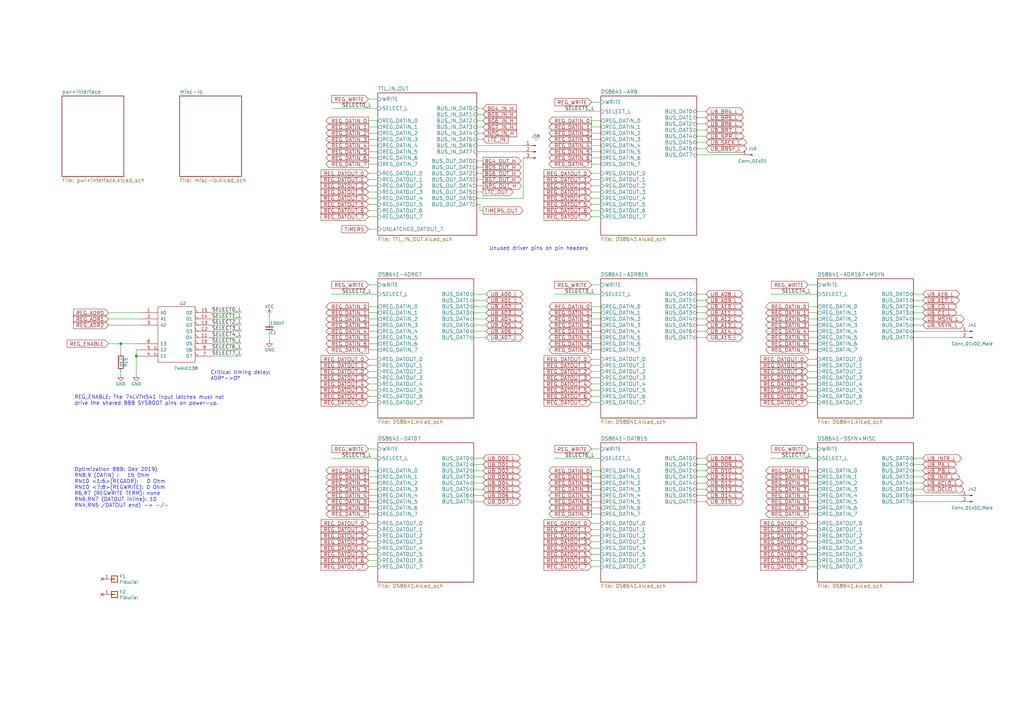
<source format=kicad_sch>
(kicad_sch (version 20231120) (generator "eeschema") (generator_version "8.0")
  (paper "A3")
  (junction (at 55.88 146.05))
  (junction (at 49.53 140.97))
  (no_connect (at 41.91 237.49))
  (no_connect (at 41.91 243.84))
  (wire (pts (xy 198.12 205.74) (xy 194.31 205.74)))
  (wire (pts (xy 195.58 76.2) (xy 198.12 76.2)))
  (wire (pts (xy 331.47 219.71) (xy 335.28 219.71)))
  (wire (pts (xy 242.57 154.94) (xy 246.38 154.94)))
  (wire (pts (xy 285.75 63.5) (xy 303.53 63.5)))
  (wire (pts (xy 151.13 162.56) (xy 154.94 162.56)))
  (wire (pts (xy 198.12 198.12) (xy 194.31 198.12)))
  (wire (pts (xy 198.12 193.04) (xy 194.31 193.04)))
  (wire (pts (xy 87.63 140.97) (xy 99.06 140.97)))
  (wire (pts (xy 151.13 49.53) (xy 154.94 49.53)))
  (wire (pts (xy 194.31 120.65) (xy 199.39 120.65)))
  (wire (pts (xy 242.57 130.81) (xy 246.38 130.81)))
  (wire (pts (xy 242.57 78.74) (xy 246.38 78.74)))
  (wire (pts (xy 285.75 190.5) (xy 289.56 190.5)))
  (wire (pts (xy 246.38 187.96) (xy 227.33 187.96)))
  (wire (pts (xy 242.57 217.17) (xy 246.38 217.17)))
  (wire (pts (xy 195.58 46.99) (xy 198.12 46.99)))
  (wire (pts (xy 195.58 49.53) (xy 198.12 49.53)))
  (wire (pts (xy 331.47 133.35) (xy 335.28 133.35)))
  (wire (pts (xy 242.57 116.84) (xy 246.38 116.84)))
  (wire (pts (xy 151.13 86.36) (xy 154.94 86.36)))
  (wire (pts (xy 194.31 135.89) (xy 199.39 135.89)))
  (wire (pts (xy 198.12 195.58) (xy 194.31 195.58)))
  (wire (pts (xy 151.13 128.27) (xy 154.94 128.27)))
  (wire (pts (xy 242.57 54.61) (xy 246.38 54.61)))
  (wire (pts (xy 195.58 71.12) (xy 198.12 71.12)))
  (wire (pts (xy 198.12 203.2) (xy 194.31 203.2)))
  (wire (pts (xy 331.47 140.97) (xy 335.28 140.97)))
  (wire (pts (xy 87.63 143.51) (xy 99.06 143.51)))
  (wire (pts (xy 198.12 200.66) (xy 194.31 200.66)))
  (wire (pts (xy 242.57 222.25) (xy 246.38 222.25)))
  (wire (pts (xy 285.75 193.04) (xy 289.56 193.04)))
  (wire (pts (xy 374.65 128.27) (xy 378.46 128.27)))
  (wire (pts (xy 335.28 116.84) (xy 331.47 116.84)))
  (wire (pts (xy 242.57 138.43) (xy 246.38 138.43)))
  (wire (pts (xy 331.47 125.73) (xy 335.28 125.73)))
  (wire (pts (xy 195.58 62.23) (xy 214.63 62.23)))
  (wire (pts (xy 242.57 52.07) (xy 246.38 52.07)))
  (wire (pts (xy 242.57 67.31) (xy 246.38 67.31)))
  (wire (pts (xy 154.94 40.64) (xy 151.13 40.64)))
  (wire (pts (xy 151.13 135.89) (xy 154.94 135.89)))
  (wire (pts (xy 55.88 146.05) (xy 55.88 153.67)))
  (wire (pts (xy 87.63 135.89) (xy 99.06 135.89)))
  (wire (pts (xy 87.63 128.27) (xy 99.06 128.27)))
  (wire (pts (xy 242.57 224.79) (xy 246.38 224.79)))
  (wire (pts (xy 87.63 130.81) (xy 99.06 130.81)))
  (wire (pts (xy 151.13 143.51) (xy 154.94 143.51)))
  (wire (pts (xy 151.13 83.82) (xy 154.94 83.82)))
  (wire (pts (xy 374.65 205.74) (xy 393.7 205.74)))
  (wire (pts (xy 151.13 133.35) (xy 154.94 133.35)))
  (wire (pts (xy 285.75 200.66) (xy 289.56 200.66)))
  (wire (pts (xy 87.63 138.43) (xy 99.06 138.43)))
  (wire (pts (xy 242.57 133.35) (xy 246.38 133.35)))
  (wire (pts (xy 242.57 198.12) (xy 246.38 198.12)))
  (wire (pts (xy 151.13 232.41) (xy 154.94 232.41)))
  (wire (pts (xy 242.57 193.04) (xy 246.38 193.04)))
  (wire (pts (xy 154.94 187.96) (xy 135.89 187.96)))
  (wire (pts (xy 49.53 140.97) (xy 57.15 140.97)))
  (wire (pts (xy 374.65 130.81) (xy 378.46 130.81)))
  (wire (pts (xy 242.57 203.2) (xy 246.38 203.2)))
  (wire (pts (xy 393.7 135.89) (xy 374.65 135.89)))
  (wire (pts (xy 242.57 49.53) (xy 246.38 49.53)))
  (wire (pts (xy 151.13 222.25) (xy 154.94 222.25)))
  (wire (pts (xy 285.75 53.34) (xy 289.56 53.34)))
  (wire (pts (xy 246.38 184.15) (xy 242.57 184.15)))
  (wire (pts (xy 374.65 133.35) (xy 378.46 133.35)))
  (wire (pts (xy 285.75 187.96) (xy 289.56 187.96)))
  (wire (pts (xy 151.13 165.1) (xy 154.94 165.1)))
  (wire (pts (xy 151.13 227.33) (xy 154.94 227.33)))
  (wire (pts (xy 285.75 50.8) (xy 289.56 50.8)))
  (wire (pts (xy 151.13 130.81) (xy 154.94 130.81)))
  (wire (pts (xy 151.13 219.71) (xy 154.94 219.71)))
  (wire (pts (xy 151.13 217.17) (xy 154.94 217.17)))
  (wire (pts (xy 55.88 146.05) (xy 57.15 146.05)))
  (wire (pts (xy 151.13 157.48) (xy 154.94 157.48)))
  (wire (pts (xy 242.57 232.41) (xy 246.38 232.41)))
  (wire (pts (xy 151.13 205.74) (xy 154.94 205.74)))
  (wire (pts (xy 335.28 187.96) (xy 316.23 187.96)))
  (wire (pts (xy 374.65 125.73) (xy 378.46 125.73)))
  (wire (pts (xy 151.13 138.43) (xy 154.94 138.43)))
  (wire (pts (xy 331.47 205.74) (xy 335.28 205.74)))
  (wire (pts (xy 242.57 57.15) (xy 246.38 57.15)))
  (wire (pts (xy 285.75 55.88) (xy 289.56 55.88)))
  (wire (pts (xy 154.94 120.65) (xy 135.89 120.65)))
  (wire (pts (xy 242.57 76.2) (xy 246.38 76.2)))
  (wire (pts (xy 151.13 210.82) (xy 154.94 210.82)))
  (wire (pts (xy 242.57 157.48) (xy 246.38 157.48)))
  (wire (pts (xy 246.38 120.65) (xy 227.33 120.65)))
  (wire (pts (xy 242.57 86.36) (xy 246.38 86.36)))
  (wire (pts (xy 285.75 123.19) (xy 289.56 123.19)))
  (wire (pts (xy 151.13 93.98) (xy 154.94 93.98)))
  (wire (pts (xy 374.65 120.65) (xy 378.46 120.65)))
  (wire (pts (xy 151.13 149.86) (xy 154.94 149.86)))
  (wire (pts (xy 151.13 76.2) (xy 154.94 76.2)))
  (wire (pts (xy 242.57 210.82) (xy 246.38 210.82)))
  (wire (pts (xy 242.57 125.73) (xy 246.38 125.73)))
  (wire (pts (xy 44.45 130.81) (xy 57.15 130.81)))
  (wire (pts (xy 285.75 125.73) (xy 289.56 125.73)))
  (wire (pts (xy 331.47 208.28) (xy 335.28 208.28)))
  (wire (pts (xy 331.47 214.63) (xy 335.28 214.63)))
  (wire (pts (xy 87.63 133.35) (xy 99.06 133.35)))
  (wire (pts (xy 374.65 193.04) (xy 378.46 193.04)))
  (wire (pts (xy 151.13 67.31) (xy 154.94 67.31)))
  (wire (pts (xy 374.65 123.19) (xy 378.46 123.19)))
  (wire (pts (xy 151.13 214.63) (xy 154.94 214.63)))
  (wire (pts (xy 374.65 187.96) (xy 378.46 187.96)))
  (wire (pts (xy 151.13 64.77) (xy 154.94 64.77)))
  (wire (pts (xy 49.53 152.4) (xy 49.53 153.67)))
  (wire (pts (xy 196.85 86.36) (xy 198.12 86.36)))
  (wire (pts (xy 55.88 143.51) (xy 55.88 146.05)))
  (wire (pts (xy 285.75 60.96) (xy 289.56 60.96)))
  (wire (pts (xy 195.58 83.82) (xy 196.85 83.82)))
  (wire (pts (xy 194.31 125.73) (xy 199.39 125.73)))
  (wire (pts (xy 195.58 81.28) (xy 214.63 81.28)))
  (wire (pts (xy 151.13 208.28) (xy 154.94 208.28)))
  (wire (pts (xy 242.57 71.12) (xy 246.38 71.12)))
  (wire (pts (xy 331.47 130.81) (xy 335.28 130.81)))
  (wire (pts (xy 151.13 88.9) (xy 154.94 88.9)))
  (wire (pts (xy 110.49 137.16) (xy 110.49 139.7)))
  (wire (pts (xy 151.13 200.66) (xy 154.94 200.66)))
  (wire (pts (xy 242.57 140.97) (xy 246.38 140.97)))
  (wire (pts (xy 285.75 58.42) (xy 289.56 58.42)))
  (wire (pts (xy 195.58 57.15) (xy 198.12 57.15)))
  (wire (pts (xy 285.75 135.89) (xy 289.56 135.89)))
  (wire (pts (xy 331.47 198.12) (xy 335.28 198.12)))
  (wire (pts (xy 242.57 162.56) (xy 246.38 162.56)))
  (wire (pts (xy 285.75 45.72) (xy 289.56 45.72)))
  (wire (pts (xy 242.57 165.1) (xy 246.38 165.1)))
  (wire (pts (xy 151.13 57.15) (xy 154.94 57.15)))
  (wire (pts (xy 285.75 198.12) (xy 289.56 198.12)))
  (wire (pts (xy 198.12 190.5) (xy 194.31 190.5)))
  (wire (pts (xy 242.57 227.33) (xy 246.38 227.33)))
  (wire (pts (xy 285.75 128.27) (xy 289.56 128.27)))
  (wire (pts (xy 214.63 64.77) (xy 214.63 81.28)))
  (wire (pts (xy 151.13 198.12) (xy 154.94 198.12)))
  (wire (pts (xy 285.75 205.74) (xy 289.56 205.74)))
  (wire (pts (xy 242.57 128.27) (xy 246.38 128.27)))
  (wire (pts (xy 242.57 147.32) (xy 246.38 147.32)))
  (wire (pts (xy 331.47 128.27) (xy 335.28 128.27)))
  (wire (pts (xy 194.31 128.27) (xy 199.39 128.27)))
  (wire (pts (xy 335.28 120.65) (xy 316.23 120.65)))
  (wire (pts (xy 331.47 232.41) (xy 335.28 232.41)))
  (wire (pts (xy 331.47 195.58) (xy 335.28 195.58)))
  (wire (pts (xy 49.53 144.78) (xy 49.53 140.97)))
  (wire (pts (xy 242.57 149.86) (xy 246.38 149.86)))
  (wire (pts (xy 195.58 44.45) (xy 198.12 44.45)))
  (wire (pts (xy 331.47 217.17) (xy 335.28 217.17)))
  (wire (pts (xy 331.47 210.82) (xy 335.28 210.82)))
  (wire (pts (xy 242.57 195.58) (xy 246.38 195.58)))
  (wire (pts (xy 195.58 52.07) (xy 198.12 52.07)))
  (wire (pts (xy 242.57 83.82) (xy 246.38 83.82)))
  (wire (pts (xy 87.63 146.05) (xy 99.06 146.05)))
  (wire (pts (xy 151.13 81.28) (xy 154.94 81.28)))
  (wire (pts (xy 151.13 62.23) (xy 154.94 62.23)))
  (wire (pts (xy 195.58 73.66) (xy 198.12 73.66)))
  (wire (pts (xy 151.13 224.79) (xy 154.94 224.79)))
  (wire (pts (xy 151.13 125.73) (xy 154.94 125.73)))
  (wire (pts (xy 151.13 78.74) (xy 154.94 78.74)))
  (wire (pts (xy 331.47 152.4) (xy 335.28 152.4)))
  (wire (pts (xy 110.49 129.54) (xy 110.49 132.08)))
  (wire (pts (xy 285.75 203.2) (xy 289.56 203.2)))
  (wire (pts (xy 198.12 187.96) (xy 194.31 187.96)))
  (wire (pts (xy 335.28 184.15) (xy 331.47 184.15)))
  (wire (pts (xy 154.94 44.45) (xy 135.89 44.45)))
  (wire (pts (xy 242.57 205.74) (xy 246.38 205.74)))
  (wire (pts (xy 242.57 208.28) (xy 246.38 208.28)))
  (wire (pts (xy 374.65 195.58) (xy 378.46 195.58)))
  (wire (pts (xy 154.94 184.15) (xy 151.13 184.15)))
  (wire (pts (xy 242.57 214.63) (xy 246.38 214.63)))
  (wire (pts (xy 331.47 162.56) (xy 335.28 162.56)))
  (wire (pts (xy 331.47 143.51) (xy 335.28 143.51)))
  (wire (pts (xy 151.13 154.94) (xy 154.94 154.94)))
  (wire (pts (xy 242.57 229.87) (xy 246.38 229.87)))
  (wire (pts (xy 331.47 135.89) (xy 335.28 135.89)))
  (wire (pts (xy 331.47 157.48) (xy 335.28 157.48)))
  (wire (pts (xy 242.57 88.9) (xy 246.38 88.9)))
  (wire (pts (xy 331.47 229.87) (xy 335.28 229.87)))
  (wire (pts (xy 242.57 152.4) (xy 246.38 152.4)))
  (wire (pts (xy 242.57 160.02) (xy 246.38 160.02)))
  (wire (pts (xy 331.47 203.2) (xy 335.28 203.2)))
  (wire (pts (xy 196.85 83.82) (xy 196.85 86.36)))
  (wire (pts (xy 374.65 190.5) (xy 378.46 190.5)))
  (wire (pts (xy 151.13 160.02) (xy 154.94 160.02)))
  (wire (pts (xy 374.65 198.12) (xy 378.46 198.12)))
  (wire (pts (xy 194.31 138.43) (xy 199.39 138.43)))
  (wire (pts (xy 151.13 54.61) (xy 154.94 54.61)))
  (wire (pts (xy 195.58 59.69) (xy 214.63 59.69)))
  (wire (pts (xy 285.75 48.26) (xy 289.56 48.26)))
  (wire (pts (xy 151.13 203.2) (xy 154.94 203.2)))
  (wire (pts (xy 242.57 59.69) (xy 246.38 59.69)))
  (wire (pts (xy 246.38 45.72) (xy 227.33 45.72)))
  (wire (pts (xy 374.65 138.43) (xy 393.7 138.43)))
  (wire (pts (xy 154.94 116.84) (xy 151.13 116.84)))
  (wire (pts (xy 331.47 224.79) (xy 335.28 224.79)))
  (wire (pts (xy 55.88 143.51) (xy 57.15 143.51)))
  (wire (pts (xy 194.31 133.35) (xy 199.39 133.35)))
  (wire (pts (xy 151.13 193.04) (xy 154.94 193.04)))
  (wire (pts (xy 331.47 149.86) (xy 335.28 149.86)))
  (wire (pts (xy 195.58 78.74) (xy 198.12 78.74)))
  (wire (pts (xy 374.65 200.66) (xy 378.46 200.66)))
  (wire (pts (xy 393.7 203.2) (xy 374.65 203.2)))
  (wire (pts (xy 285.75 138.43) (xy 289.56 138.43)))
  (wire (pts (xy 151.13 73.66) (xy 154.94 73.66)))
  (wire (pts (xy 285.75 195.58) (xy 289.56 195.58)))
  (wire (pts (xy 285.75 130.81) (xy 289.56 130.81)))
  (wire (pts (xy 151.13 152.4) (xy 154.94 152.4)))
  (wire (pts (xy 242.57 62.23) (xy 246.38 62.23)))
  (wire (pts (xy 246.38 41.91) (xy 242.57 41.91)))
  (wire (pts (xy 331.47 147.32) (xy 335.28 147.32)))
  (wire (pts (xy 242.57 81.28) (xy 246.38 81.28)))
  (wire (pts (xy 331.47 227.33) (xy 335.28 227.33)))
  (wire (pts (xy 195.58 68.58) (xy 198.12 68.58)))
  (wire (pts (xy 242.57 200.66) (xy 246.38 200.66)))
  (wire (pts (xy 242.57 219.71) (xy 246.38 219.71)))
  (wire (pts (xy 242.57 64.77) (xy 246.38 64.77)))
  (wire (pts (xy 331.47 154.94) (xy 335.28 154.94)))
  (wire (pts (xy 151.13 59.69) (xy 154.94 59.69)))
  (wire (pts (xy 331.47 165.1) (xy 335.28 165.1)))
  (wire (pts (xy 151.13 71.12) (xy 154.94 71.12)))
  (wire (pts (xy 242.57 135.89) (xy 246.38 135.89)))
  (wire (pts (xy 151.13 140.97) (xy 154.94 140.97)))
  (wire (pts (xy 151.13 229.87) (xy 154.94 229.87)))
  (wire (pts (xy 242.57 143.51) (xy 246.38 143.51)))
  (wire (pts (xy 331.47 222.25) (xy 335.28 222.25)))
  (wire (pts (xy 151.13 195.58) (xy 154.94 195.58)))
  (wire (pts (xy 151.13 147.32) (xy 154.94 147.32)))
  (wire (pts (xy 194.31 130.81) (xy 199.39 130.81)))
  (wire (pts (xy 242.57 73.66) (xy 246.38 73.66)))
  (wire (pts (xy 151.13 52.07) (xy 154.94 52.07)))
  (wire (pts (xy 331.47 200.66) (xy 335.28 200.66)))
  (wire (pts (xy 44.45 128.27) (xy 57.15 128.27)))
  (wire (pts (xy 194.31 123.19) (xy 199.39 123.19)))
  (wire (pts (xy 331.47 160.02) (xy 335.28 160.02)))
  (wire (pts (xy 44.45 140.97) (xy 49.53 140.97)))
  (wire (pts (xy 285.75 133.35) (xy 289.56 133.35)))
  (wire (pts (xy 331.47 193.04) (xy 335.28 193.04)))
  (wire (pts (xy 195.58 66.04) (xy 198.12 66.04)))
  (wire (pts (xy 285.75 120.65) (xy 289.56 120.65)))
  (wire (pts (xy 195.58 54.61) (xy 198.12 54.61)))
  (wire (pts (xy 331.47 138.43) (xy 335.28 138.43)))
  (wire (pts (xy 44.45 133.35) (xy 57.15 133.35)))
  (text "Critical timing delay:\nADR*->O*" (at 86.36 156.21 0) (effects (font (size 1.524 1.524)) (justify left bottom)))
  (text "REG_ENABLE: The 74LVTH541 input latches must not \ndrive the shared BBB SYSBOOT pins on power-up.\n" (at 30.48 166.37 0) (effects (font (size 1.524 1.524)) (justify left bottom)))
  (text "Optimization BBB: Dez 2019)\nRN8,9 (DATIN) :   15 Ohm\nRN10 <1:6>(REGADR):   0 Ohm\nRN10 <7:8>(REGWRITE): 0 Ohm\nR6,R7 (REGWRITE TERM): none  \nRN6,RN7 (DATOUT inline): 10\nRN4,RN5 /DATOUT end) -> -/-" (at 30.48 208.28 0) (effects (font (size 1.524 1.524)) (justify left bottom)))
  (text "Unused driver pins on pin headers" (at 200.66 102.87 0) (effects (font (size 1.524 1.524)) (justify left bottom)))
  (label "SELECT3_L" (at 243.84 120.65 180) (effects (font (size 1.524 1.524))))
  (label "SELECT4_L" (at 332.74 120.65 180) (effects (font (size 1.524 1.524))))
  (label "SELECT0_L" (at 152.4 44.45 180) (effects (font (size 1.524 1.524))))
  (label "SELECT0_L" (at 99.06 128.27 180) (effects (font (size 1.524 1.524))))
  (label "SELECT2_L" (at 99.06 133.35 180) (effects (font (size 1.524 1.524))))
  (label "SELECT4_L" (at 99.06 138.43 180) (effects (font (size 1.524 1.524))))
  (label "SELECT7_L" (at 332.74 187.96 180) (effects (font (size 1.524 1.524))))
  (label "SELECT1_L" (at 243.84 45.72 180) (effects (font (size 1.524 1.524))))
  (label "SELECT6_L" (at 243.84 187.96 180) (effects (font (size 1.524 1.524))))
  (label "SELECT6_L" (at 99.06 143.51 180) (effects (font (size 1.524 1.524))))
  (label "SELECT1_L" (at 99.06 130.81 180) (effects (font (size 1.524 1.524))))
  (label "SELECT7_L" (at 99.06 146.05 180) (effects (font (size 1.524 1.524))))
  (label "SELECT2_L" (at 152.4 120.65 180) (effects (font (size 1.524 1.524))))
  (label "SELECT5_L" (at 152.4 187.96 180) (effects (font (size 1.524 1.524))))
  (label "SELECT3_L" (at 99.06 135.89 180) (effects (font (size 1.524 1.524))))
  (label "SELECT5_L" (at 99.06 140.97 180) (effects (font (size 1.524 1.524))))
  (global_label "BG4_IN_H" (shape input) (at 198.12 44.45 0) (effects (font (size 1.524 1.524))) (property "Intersheetrefs" "${INTERSHEET_REFS}" (effects (hide yes))))
  (global_label "REG_DATIN_0" (shape output) (at 242.57 125.73 180) (effects (font (size 1.524 1.524))) (property "Intersheetrefs" "${INTERSHEET_REFS}" (effects (hide yes))))
  (global_label "BG7_OUT_H" (shape output) (at 198.12 73.66 0) (effects (font (size 1.524 1.524))) (property "Intersheetrefs" "${INTERSHEET_REFS}" (effects (hide yes))))
  (global_label "REG_DATOUT_6" (shape input) (at 151.13 229.87 180) (effects (font (size 1.524 1.524))) (property "Intersheetrefs" "${INTERSHEET_REFS}" (effects (hide yes))))
  (global_label "UB_ACLO_L" (shape bidirectional) (at 378.46 198.12 0) (effects (font (size 1.524 1.524))) (property "Intersheetrefs" "${INTERSHEET_REFS}" (effects (hide yes))))
  (global_label "REG_DATIN_0" (shape output) (at 242.57 49.53 180) (effects (font (size 1.524 1.524))) (property "Intersheetrefs" "${INTERSHEET_REFS}" (effects (hide yes))))
  (global_label "BG6_OUT_H" (shape output) (at 198.12 71.12 0) (effects (font (size 1.524 1.524))) (property "Intersheetrefs" "${INTERSHEET_REFS}" (effects (hide yes))))
  (global_label "REG_DATOUT_7" (shape input) (at 242.57 232.41 180) (effects (font (size 1.524 1.524))) (property "Intersheetrefs" "${INTERSHEET_REFS}" (effects (hide yes))))
  (global_label "REG_DATOUT_5" (shape input) (at 331.47 160.02 180) (effects (font (size 1.524 1.524))) (property "Intersheetrefs" "${INTERSHEET_REFS}" (effects (hide yes))))
  (global_label "REG_DATIN_5" (shape output) (at 331.47 138.43 180) (effects (font (size 1.524 1.524))) (property "Intersheetrefs" "${INTERSHEET_REFS}" (effects (hide yes))))
  (global_label "UB_C0_L" (shape bidirectional) (at 378.46 125.73 0) (effects (font (size 1.524 1.524))) (property "Intersheetrefs" "${INTERSHEET_REFS}" (effects (hide yes))))
  (global_label "REG_DATIN_2" (shape output) (at 242.57 54.61 180) (effects (font (size 1.524 1.524))) (property "Intersheetrefs" "${INTERSHEET_REFS}" (effects (hide yes))))
  (global_label "UB_A03_L" (shape bidirectional) (at 199.39 128.27 0) (effects (font (size 1.524 1.524))) (property "Intersheetrefs" "${INTERSHEET_REFS}" (effects (hide yes))))
  (global_label "REG_DATOUT_5" (shape input) (at 242.57 160.02 180) (effects (font (size 1.524 1.524))) (property "Intersheetrefs" "${INTERSHEET_REFS}" (effects (hide yes))))
  (global_label "UB_INIT_L" (shape bidirectional) (at 378.46 195.58 0) (effects (font (size 1.524 1.524))) (property "Intersheetrefs" "${INTERSHEET_REFS}" (effects (hide yes))))
  (global_label "REG_DATOUT_5" (shape input) (at 151.13 160.02 180) (effects (font (size 1.524 1.524))) (property "Intersheetrefs" "${INTERSHEET_REFS}" (effects (hide yes))))
  (global_label "REG_DATOUT_1" (shape input) (at 331.47 149.86 180) (effects (font (size 1.524 1.524))) (property "Intersheetrefs" "${INTERSHEET_REFS}" (effects (hide yes))))
  (global_label "REG_DATIN_3" (shape output) (at 151.13 200.66 180) (effects (font (size 1.524 1.524))) (property "Intersheetrefs" "${INTERSHEET_REFS}" (effects (hide yes))))
  (global_label "UB_BR7_L" (shape bidirectional) (at 289.56 53.34 0) (effects (font (size 1.524 1.524))) (property "Intersheetrefs" "${INTERSHEET_REFS}" (effects (hide yes))))
  (global_label "UB_D07_L" (shape bidirectional) (at 198.12 205.74 0) (effects (font (size 1.524 1.524))) (property "Intersheetrefs" "${INTERSHEET_REFS}" (effects (hide yes))))
  (global_label "UB_D10_L" (shape bidirectional) (at 289.56 193.04 0) (effects (font (size 1.524 1.524))) (property "Intersheetrefs" "${INTERSHEET_REFS}" (effects (hide yes))))
  (global_label "UB_C1_L" (shape bidirectional) (at 378.46 128.27 0) (effects (font (size 1.524 1.524))) (property "Intersheetrefs" "${INTERSHEET_REFS}" (effects (hide yes))))
  (global_label "REG_DATOUT_1" (shape input) (at 151.13 73.66 180) (effects (font (size 1.524 1.524))) (property "Intersheetrefs" "${INTERSHEET_REFS}" (effects (hide yes))))
  (global_label "REG_ADR1" (shape input) (at 44.45 130.81 180) (effects (font (size 1.524 1.524))) (property "Intersheetrefs" "${INTERSHEET_REFS}" (effects (hide yes))))
  (global_label "REG_DATIN_7" (shape output) (at 242.57 210.82 180) (effects (font (size 1.524 1.524))) (property "Intersheetrefs" "${INTERSHEET_REFS}" (effects (hide yes))))
  (global_label "TIMER5_OUT" (shape output) (at 198.12 86.36 0) (effects (font (size 1.524 1.524))) (property "Intersheetrefs" "${INTERSHEET_REFS}" (effects (hide yes))))
  (global_label "REG_DATOUT_6" (shape input) (at 151.13 162.56 180) (effects (font (size 1.524 1.524))) (property "Intersheetrefs" "${INTERSHEET_REFS}" (effects (hide yes))))
  (global_label "REG_DATIN_3" (shape output) (at 151.13 133.35 180) (effects (font (size 1.524 1.524))) (property "Intersheetrefs" "${INTERSHEET_REFS}" (effects (hide yes))))
  (global_label "REG_DATOUT_0" (shape input) (at 242.57 71.12 180) (effects (font (size 1.524 1.524))) (property "Intersheetrefs" "${INTERSHEET_REFS}" (effects (hide yes))))
  (global_label "REG_DATIN_6" (shape output) (at 151.13 140.97 180) (effects (font (size 1.524 1.524))) (property "Intersheetrefs" "${INTERSHEET_REFS}" (effects (hide yes))))
  (global_label "REG_DATIN_3" (shape output) (at 331.47 133.35 180) (effects (font (size 1.524 1.524))) (property "Intersheetrefs" "${INTERSHEET_REFS}" (effects (hide yes))))
  (global_label "REG_DATIN_2" (shape output) (at 151.13 54.61 180) (effects (font (size 1.524 1.524))) (property "Intersheetrefs" "${INTERSHEET_REFS}" (effects (hide yes))))
  (global_label "UB_D05_L" (shape bidirectional) (at 198.12 200.66 0) (effects (font (size 1.524 1.524))) (property "Intersheetrefs" "${INTERSHEET_REFS}" (effects (hide yes))))
  (global_label "REG_DATOUT_2" (shape input) (at 151.13 219.71 180) (effects (font (size 1.524 1.524))) (property "Intersheetrefs" "${INTERSHEET_REFS}" (effects (hide yes))))
  (global_label "REG_DATIN_3" (shape output) (at 151.13 57.15 180) (effects (font (size 1.524 1.524))) (property "Intersheetrefs" "${INTERSHEET_REFS}" (effects (hide yes))))
  (global_label "REG_DATIN_0" (shape output) (at 331.47 193.04 180) (effects (font (size 1.524 1.524))) (property "Intersheetrefs" "${INTERSHEET_REFS}" (effects (hide yes))))
  (global_label "REG_DATIN_6" (shape output) (at 151.13 208.28 180) (effects (font (size 1.524 1.524))) (property "Intersheetrefs" "${INTERSHEET_REFS}" (effects (hide yes))))
  (global_label "REG_DATOUT_1" (shape input) (at 151.13 149.86 180) (effects (font (size 1.524 1.524))) (property "Intersheetrefs" "${INTERSHEET_REFS}" (effects (hide yes))))
  (global_label "REG_WRITE" (shape input) (at 151.13 116.84 180) (effects (font (size 1.524 1.524))) (property "Intersheetrefs" "${INTERSHEET_REFS}" (effects (hide yes))))
  (global_label "REG_DATOUT_1" (shape input) (at 242.57 217.17 180) (effects (font (size 1.524 1.524))) (property "Intersheetrefs" "${INTERSHEET_REFS}" (effects (hide yes))))
  (global_label "REG_ADR2" (shape input) (at 44.45 133.35 180) (effects (font (size 1.524 1.524))) (property "Intersheetrefs" "${INTERSHEET_REFS}" (effects (hide yes))))
  (global_label "REG_DATIN_6" (shape output) (at 242.57 208.28 180) (effects (font (size 1.524 1.524))) (property "Intersheetrefs" "${INTERSHEET_REFS}" (effects (hide yes))))
  (global_label "UB_A13_L" (shape bidirectional) (at 289.56 133.35 0) (effects (font (size 1.524 1.524))) (property "Intersheetrefs" "${INTERSHEET_REFS}" (effects (hide yes))))
  (global_label "UB_D04_L" (shape bidirectional) (at 198.12 198.12 0) (effects (font (size 1.524 1.524))) (property "Intersheetrefs" "${INTERSHEET_REFS}" (effects (hide yes))))
  (global_label "REG_DATIN_2" (shape output) (at 331.47 198.12 180) (effects (font (size 1.524 1.524))) (property "Intersheetrefs" "${INTERSHEET_REFS}" (effects (hide yes))))
  (global_label "UB_NPR_L" (shape bidirectional) (at 289.56 55.88 0) (effects (font (size 1.524 1.524))) (property "Intersheetrefs" "${INTERSHEET_REFS}" (effects (hide yes))))
  (global_label "REG_DATIN_4" (shape output) (at 242.57 135.89 180) (effects (font (size 1.524 1.524))) (property "Intersheetrefs" "${INTERSHEET_REFS}" (effects (hide yes))))
  (global_label "UB_A11_L" (shape bidirectional) (at 289.56 128.27 0) (effects (font (size 1.524 1.524))) (property "Intersheetrefs" "${INTERSHEET_REFS}" (effects (hide yes))))
  (global_label "UB_A08_L" (shape bidirectional) (at 289.56 120.65 0) (effects (font (size 1.524 1.524))) (property "Intersheetrefs" "${INTERSHEET_REFS}" (effects (hide yes))))
  (global_label "REG_DATOUT_5" (shape input) (at 151.13 227.33 180) (effects (font (size 1.524 1.524))) (property "Intersheetrefs" "${INTERSHEET_REFS}" (effects (hide yes))))
  (global_label "UB_D09_L" (shape bidirectional) (at 289.56 190.5 0) (effects (font (size 1.524 1.524))) (property "Intersheetrefs" "${INTERSHEET_REFS}" (effects (hide yes))))
  (global_label "UB_PA_L" (shape bidirectional) (at 378.46 190.5 0) (effects (font (size 1.524 1.524))) (property "Intersheetrefs" "${INTERSHEET_REFS}" (effects (hide yes))))
  (global_label "REG_DATIN_2" (shape output) (at 151.13 130.81 180) (effects (font (size 1.524 1.524))) (property "Intersheetrefs" "${INTERSHEET_REFS}" (effects (hide yes))))
  (global_label "REG_DATIN_7" (shape output) (at 151.13 143.51 180) (effects (font (size 1.524 1.524))) (property "Intersheetrefs" "${INTERSHEET_REFS}" (effects (hide yes))))
  (global_label "REG_DATOUT_0" (shape input) (at 331.47 147.32 180) (effects (font (size 1.524 1.524))) (property "Intersheetrefs" "${INTERSHEET_REFS}" (effects (hide yes))))
  (global_label "REG_DATIN_4" (shape output) (at 151.13 203.2 180) (effects (font (size 1.524 1.524))) (property "Intersheetrefs" "${INTERSHEET_REFS}" (effects (hide yes))))
  (global_label "REG_DATIN_1" (shape output) (at 331.47 195.58 180) (effects (font (size 1.524 1.524))) (property "Intersheetrefs" "${INTERSHEET_REFS}" (effects (hide yes))))
  (global_label "UB_D08_L" (shape bidirectional) (at 289.56 187.96 0) (effects (font (size 1.524 1.524))) (property "Intersheetrefs" "${INTERSHEET_REFS}" (effects (hide yes))))
  (global_label "LTC_OUT" (shape output) (at 198.12 78.74 0) (effects (font (size 1.524 1.524))) (property "Intersheetrefs" "${INTERSHEET_REFS}" (effects (hide yes))))
  (global_label "REG_DATIN_2" (shape output) (at 331.47 130.81 180) (effects (font (size 1.524 1.524))) (property "Intersheetrefs" "${INTERSHEET_REFS}" (effects (hide yes))))
  (global_label "REG_DATIN_7" (shape output) (at 331.47 143.51 180) (effects (font (size 1.524 1.524))) (property "Intersheetrefs" "${INTERSHEET_REFS}" (effects (hide yes))))
  (global_label "REG_DATOUT_3" (shape input) (at 242.57 78.74 180) (effects (font (size 1.524 1.524))) (property "Intersheetrefs" "${INTERSHEET_REFS}" (effects (hide yes))))
  (global_label "REG_DATOUT_2" (shape input) (at 242.57 152.4 180) (effects (font (size 1.524 1.524))) (property "Intersheetrefs" "${INTERSHEET_REFS}" (effects (hide yes))))
  (global_label "UB_A14_L" (shape bidirectional) (at 289.56 135.89 0) (effects (font (size 1.524 1.524))) (property "Intersheetrefs" "${INTERSHEET_REFS}" (effects (hide yes))))
  (global_label "REG_DATIN_4" (shape output) (at 331.47 135.89 180) (effects (font (size 1.524 1.524))) (property "Intersheetrefs" "${INTERSHEET_REFS}" (effects (hide yes))))
  (global_label "REG_DATIN_1" (shape output) (at 151.13 128.27 180) (effects (font (size 1.524 1.524))) (property "Intersheetrefs" "${INTERSHEET_REFS}" (effects (hide yes))))
  (global_label "NPG_OUT_H" (shape output) (at 198.12 76.2 0) (effects (font (size 1.524 1.524))) (property "Intersheetrefs" "${INTERSHEET_REFS}" (effects (hide yes))))
  (global_label "BG7_IN_H" (shape input) (at 198.12 52.07 0) (effects (font (size 1.524 1.524))) (property "Intersheetrefs" "${INTERSHEET_REFS}" (effects (hide yes))))
  (global_label "UB_A02_L" (shape bidirectional) (at 199.39 125.73 0) (effects (font (size 1.524 1.524))) (property "Intersheetrefs" "${INTERSHEET_REFS}" (effects (hide yes))))
  (global_label "UB_BBSY_L" (shape bidirectional) (at 289.56 60.96 0) (effects (font (size 1.524 1.524))) (property "Intersheetrefs" "${INTERSHEET_REFS}" (effects (hide yes))))
  (global_label "REG_DATOUT_0" (shape input) (at 151.13 71.12 180) (effects (font (size 1.524 1.524))) (property "Intersheetrefs" "${INTERSHEET_REFS}" (effects (hide yes))))
  (global_label "REG_DATIN_5" (shape output) (at 151.13 138.43 180) (effects (font (size 1.524 1.524))) (property "Intersheetrefs" "${INTERSHEET_REFS}" (effects (hide yes))))
  (global_label "REG_DATIN_3" (shape output) (at 242.57 57.15 180) (effects (font (size 1.524 1.524))) (property "Intersheetrefs" "${INTERSHEET_REFS}" (effects (hide yes))))
  (global_label "UB_A01_L" (shape bidirectional) (at 199.39 123.19 0) (effects (font (size 1.524 1.524))) (property "Intersheetrefs" "${INTERSHEET_REFS}" (effects (hide yes))))
  (global_label "UB_A00_L" (shape bidirectional) (at 199.39 120.65 0) (effects (font (size 1.524 1.524))) (property "Intersheetrefs" "${INTERSHEET_REFS}" (effects (hide yes))))
  (global_label "REG_DATOUT_6" (shape input) (at 242.57 86.36 180) (effects (font (size 1.524 1.524))) (property "Intersheetrefs" "${INTERSHEET_REFS}" (effects (hide yes))))
  (global_label "UB_A07_L" (shape bidirectional) (at 199.39 138.43 0) (effects (font (size 1.524 1.524))) (property "Intersheetrefs" "${INTERSHEET_REFS}" (effects (hide yes))))
  (global_label "REG_DATOUT_4" (shape input) (at 242.57 224.79 180) (effects (font (size 1.524 1.524))) (property "Intersheetrefs" "${INTERSHEET_REFS}" (effects (hide yes))))
  (global_label "REG_DATOUT_0" (shape input) (at 242.57 147.32 180) (effects (font (size 1.524 1.524))) (property "Intersheetrefs" "${INTERSHEET_REFS}" (effects (hide yes))))
  (global_label "REG_DATIN_2" (shape output) (at 242.57 198.12 180) (effects (font (size 1.524 1.524))) (property "Intersheetrefs" "${INTERSHEET_REFS}" (effects (hide yes))))
  (global_label "REG_DATIN_7" (shape output) (at 242.57 67.31 180) (effects (font (size 1.524 1.524))) (property "Intersheetrefs" "${INTERSHEET_REFS}" (effects (hide yes))))
  (global_label "REG_DATIN_3" (shape output) (at 242.57 200.66 180) (effects (font (size 1.524 1.524))) (property "Intersheetrefs" "${INTERSHEET_REFS}" (effects (hide yes))))
  (global_label "REG_DATIN_4" (shape output) (at 242.57 59.69 180) (effects (font (size 1.524 1.524))) (property "Intersheetrefs" "${INTERSHEET_REFS}" (effects (hide yes))))
  (global_label "REG_DATIN_7" (shape output) (at 151.13 67.31 180) (effects (font (size 1.524 1.524))) (property "Intersheetrefs" "${INTERSHEET_REFS}" (effects (hide yes))))
  (global_label "UB_D01_L" (shape bidirectional) (at 198.12 190.5 0) (effects (font (size 1.524 1.524))) (property "Intersheetrefs" "${INTERSHEET_REFS}" (effects (hide yes))))
  (global_label "REG_DATOUT_7" (shape input) (at 242.57 88.9 180) (effects (font (size 1.524 1.524))) (property "Intersheetrefs" "${INTERSHEET_REFS}" (effects (hide yes))))
  (global_label "TIMER5" (shape input) (at 151.13 93.98 180) (effects (font (size 1.524 1.524))) (property "Intersheetrefs" "${INTERSHEET_REFS}" (effects (hide yes))))
  (global_label "REG_DATOUT_5" (shape input) (at 151.13 83.82 180) (effects (font (size 1.524 1.524))) (property "Intersheetrefs" "${INTERSHEET_REFS}" (effects (hide yes))))
  (global_label "REG_DATOUT_6" (shape input) (at 151.13 86.36 180) (effects (font (size 1.524 1.524))) (property "Intersheetrefs" "${INTERSHEET_REFS}" (effects (hide yes))))
  (global_label "LTC_IN" (shape input) (at 198.12 57.15 0) (effects (font (size 1.524 1.524))) (property "Intersheetrefs" "${INTERSHEET_REFS}" (effects (hide yes))))
  (global_label "REG_DATOUT_7" (shape input) (at 242.57 165.1 180) (effects (font (size 1.524 1.524))) (property "Intersheetrefs" "${INTERSHEET_REFS}" (effects (hide yes))))
  (global_label "REG_DATOUT_3" (shape input) (at 331.47 154.94 180) (effects (font (size 1.524 1.524))) (property "Intersheetrefs" "${INTERSHEET_REFS}" (effects (hide yes))))
  (global_label "REG_DATOUT_6" (shape input) (at 242.57 229.87 180) (effects (font (size 1.524 1.524))) (property "Intersheetrefs" "${INTERSHEET_REFS}" (effects (hide yes))))
  (global_label "REG_DATIN_5" (shape output) (at 242.57 205.74 180) (effects (font (size 1.524 1.524))) (property "Intersheetrefs" "${INTERSHEET_REFS}" (effects (hide yes))))
  (global_label "REG_DATOUT_0" (shape input) (at 151.13 214.63 180) (effects (font (size 1.524 1.524))) (property "Intersheetrefs" "${INTERSHEET_REFS}" (effects (hide yes))))
  (global_label "REG_ENABLE" (shape input) (at 44.45 140.97 180) (effects (font (size 1.524 1.524))) (property "Intersheetrefs" "${INTERSHEET_REFS}" (effects (hide yes))))
  (global_label "UB_D11_L" (shape bidirectional) (at 289.56 195.58 0) (effects (font (size 1.524 1.524))) (property "Intersheetrefs" "${INTERSHEET_REFS}" (effects (hide yes))))
  (global_label "UB_INTR_L" (shape bidirectional) (at 378.46 187.96 0) (effects (font (size 1.524 1.524))) (property "Intersheetrefs" "${INTERSHEET_REFS}" (effects (hide yes))))
  (global_label "REG_DATOUT_2" (shape input) (at 151.13 152.4 180) (effects (font (size 1.524 1.524))) (property "Intersheetrefs" "${INTERSHEET_REFS}" (effects (hide yes))))
  (global_label "REG_DATOUT_5" (shape input) (at 242.57 83.82 180) (effects (font (size 1.524 1.524))) (property "Intersheetrefs" "${INTERSHEET_REFS}" (effects (hide yes))))
  (global_label "REG_DATIN_1" (shape output) (at 151.13 52.07 180) (effects (font (size 1.524 1.524))) (property "Intersheetrefs" "${INTERSHEET_REFS}" (effects (hide yes))))
  (global_label "REG_WRITE" (shape input) (at 242.57 184.15 180) (effects (font (size 1.524 1.524))) (property "Intersheetrefs" "${INTERSHEET_REFS}" (effects (hide yes))))
  (global_label "UB_MSYN_L" (shape bidirectional) (at 378.46 130.81 0) (effects (font (size 1.524 1.524))) (property "Intersheetrefs" "${INTERSHEET_REFS}" (effects (hide yes))))
  (global_label "REG_DATIN_7" (shape output) (at 331.47 210.82 180) (effects (font (size 1.524 1.524))) (property "Intersheetrefs" "${INTERSHEET_REFS}" (effects (hide yes))))
  (global_label "REG_DATOUT_4" (shape input) (at 331.47 157.48 180) (effects (font (size 1.524 1.524))) (property "Intersheetrefs" "${INTERSHEET_REFS}" (effects (hide yes))))
  (global_label "REG_WRITE" (shape input) (at 242.57 116.84 180) (effects (font (size 1.524 1.524))) (property "Intersheetrefs" "${INTERSHEET_REFS}" (effects (hide yes))))
  (global_label "REG_DATIN_5" (shape output) (at 242.57 138.43 180) (effects (font (size 1.524 1.524))) (property "Intersheetrefs" "${INTERSHEET_REFS}" (effects (hide yes))))
  (global_label "REG_DATOUT_4" (shape input) (at 242.57 81.28 180) (effects (font (size 1.524 1.524))) (property "Intersheetrefs" "${INTERSHEET_REFS}" (effects (hide yes))))
  (global_label "REG_DATIN_4" (shape output) (at 151.13 59.69 180) (effects (font (size 1.524 1.524))) (property "Intersheetrefs" "${INTERSHEET_REFS}" (effects (hide yes))))
  (global_label "REG_WRITE" (shape input) (at 151.13 40.64 180) (effects (font (size 1.524 1.524))) (property "Intersheetrefs" "${INTERSHEET_REFS}" (effects (hide yes))))
  (global_label "REG_DATIN_1" (shape output) (at 242.57 195.58 180) (effects (font (size 1.524 1.524))) (property "Intersheetrefs" "${INTERSHEET_REFS}" (effects (hide yes))))
  (global_label "REG_DATOUT_4" (shape input) (at 151.13 157.48 180) (effects (font (size 1.524 1.524))) (property "Intersheetrefs" "${INTERSHEET_REFS}" (effects (hide yes))))
  (global_label "REG_DATOUT_0" (shape input) (at 331.47 214.63 180) (effects (font (size 1.524 1.524))) (property "Intersheetrefs" "${INTERSHEET_REFS}" (effects (hide yes))))
  (global_label "BG6_IN_H" (shape input) (at 198.12 49.53 0) (effects (font (size 1.524 1.524))) (property "Intersheetrefs" "${INTERSHEET_REFS}" (effects (hide yes))))
  (global_label "REG_DATIN_4" (shape output) (at 331.47 203.2 180) (effects (font (size 1.524 1.524))) (property "Intersheetrefs" "${INTERSHEET_REFS}" (effects (hide yes))))
  (global_label "UB_D02_L" (shape bidirectional) (at 198.12 193.04 0) (effects (font (size 1.524 1.524))) (property "Intersheetrefs" "${INTERSHEET_REFS}" (effects (hide yes))))
  (global_label "UB_D15_L" (shape bidirectional) (at 289.56 205.74 0) (effects (font (size 1.524 1.524))) (property "Intersheetrefs" "${INTERSHEET_REFS}" (effects (hide yes))))
  (global_label "REG_DATIN_6" (shape output) (at 242.57 64.77 180) (effects (font (size 1.524 1.524))) (property "Intersheetrefs" "${INTERSHEET_REFS}" (effects (hide yes))))
  (global_label "UB_SACK_L" (shape bidirectional) (at 289.56 58.42 0) (effects (font (size 1.524 1.524))) (property "Intersheetrefs" "${INTERSHEET_REFS}" (effects (hide yes))))
  (global_label "UB_BR5_L" (shape bidirectional) (at 289.56 48.26 0) (effects (font (size 1.524 1.524))) (property "Intersheetrefs" "${INTERSHEET_REFS}" (effects (hide yes))))
  (global_label "REG_DATIN_5" (shape output) (at 151.13 62.23 180) (effects (font (size 1.524 1.524))) (property "Intersheetrefs" "${INTERSHEET_REFS}" (effects (hide yes))))
  (global_label "UB_A16_L" (shape bidirectional) (at 378.46 120.65 0) (effects (font (size 1.524 1.524))) (property "Intersheetrefs" "${INTERSHEET_REFS}" (effects (hide yes))))
  (global_label "UB_A10_L" (shape bidirectional) (at 289.56 125.73 0) (effects (font (size 1.524 1.524))) (property "Intersheetrefs" "${INTERSHEET_REFS}" (effects (hide yes))))
  (global_label "REG_DATOUT_2" (shape input) (at 331.47 219.71 180) (effects (font (size 1.524 1.524))) (property "Intersheetrefs" "${INTERSHEET_REFS}" (effects (hide yes))))
  (global_label "REG_DATIN_2" (shape output) (at 242.57 130.81 180) (effects (font (size 1.524 1.524))) (property "Intersheetrefs" "${INTERSHEET_REFS}" (effects (hide yes))))
  (global_label "REG_DATOUT_0" (shape input) (at 242.57 214.63 180) (effects (font (size 1.524 1.524))) (property "Intersheetrefs" "${INTERSHEET_REFS}" (effects (hide yes))))
  (global_label "REG_DATIN_1" (shape output) (at 151.13 195.58 180) (effects (font (size 1.524 1.524))) (property "Intersheetrefs" "${INTERSHEET_REFS}" (effects (hide yes))))
  (global_label "REG_DATIN_5" (shape output) (at 331.47 205.74 180) (effects (font (size 1.524 1.524))) (property "Intersheetrefs" "${INTERSHEET_REFS}" (effects (hide yes))))
  (global_label "REG_DATOUT_7" (shape input) (at 151.13 88.9 180) (effects (font (size 1.524 1.524))) (property "Intersheetrefs" "${INTERSHEET_REFS}" (effects (hide yes))))
  (global_label "UB_A15_L" (shape bidirectional) (at 289.56 138.43 0) (effects (font (size 1.524 1.524))) (property "Intersheetrefs" "${INTERSHEET_REFS}" (effects (hide yes))))
  (global_label "REG_DATOUT_3" (shape input) (at 331.47 222.25 180) (effects (font (size 1.524 1.524))) (property "Intersheetrefs" "${INTERSHEET_REFS}" (effects (hide yes))))
  (global_label "REG_DATOUT_7" (shape input) (at 151.13 165.1 180) (effects (font (size 1.524 1.524))) (property "Intersheetrefs" "${INTERSHEET_REFS}" (effects (hide yes))))
  (global_label "REG_DATIN_1" (shape output) (at 242.57 52.07 180) (effects (font (size 1.524 1.524))) (property "Intersheetrefs" "${INTERSHEET_REFS}" (effects (hide yes))))
  (global_label "REG_DATIN_0" (shape output) (at 151.13 193.04 180) (effects (font (size 1.524 1.524))) (property "Intersheetrefs" "${INTERSHEET_REFS}" (effects (hide yes))))
  (global_label "REG_DATIN_6" (shape output) (at 151.13 64.77 180) (effects (font (size 1.524 1.524))) (property "Intersheetrefs" "${INTERSHEET_REFS}" (effects (hide yes))))
  (global_label "REG_DATOUT_7" (shape input) (at 331.47 165.1 180) (effects (font (size 1.524 1.524))) (property "Intersheetrefs" "${INTERSHEET_REFS}" (effects (hide yes))))
  (global_label "REG_DATIN_6" (shape output) (at 242.57 140.97 180) (effects (font (size 1.524 1.524))) (property "Intersheetrefs" "${INTERSHEET_REFS}" (effects (hide yes))))
  (global_label "REG_DATIN_5" (shape output) (at 242.57 62.23 180) (effects (font (size 1.524 1.524))) (property "Intersheetrefs" "${INTERSHEET_REFS}" (effects (hide yes))))
  (global_label "REG_DATIN_7" (shape output) (at 151.13 210.82 180) (effects (font (size 1.524 1.524))) (property "Intersheetrefs" "${INTERSHEET_REFS}" (effects (hide yes))))
  (global_label "REG_DATOUT_0" (shape input) (at 151.13 147.32 180) (effects (font (size 1.524 1.524))) (property "Intersheetrefs" "${INTERSHEET_REFS}" (effects (hide yes))))
  (global_label "BG4_OUT_H" (shape output) (at 198.12 66.04 0) (effects (font (size 1.524 1.524))) (property "Intersheetrefs" "${INTERSHEET_REFS}" (effects (hide yes))))
  (global_label "UB_D14_L" (shape bidirectional) (at 289.56 203.2 0) (effects (font (size 1.524 1.524))) (property "Intersheetrefs" "${INTERSHEET_REFS}" (effects (hide yes))))
  (global_label "REG_DATOUT_4" (shape input) (at 242.57 157.48 180) (effects (font (size 1.524 1.524))) (property "Intersheetrefs" "${INTERSHEET_REFS}" (effects (hide yes))))
  (global_label "REG_WRITE" (shape input) (at 331.47 116.84 180) (effects (font (size 1.524 1.524))) (property "Intersheetrefs" "${INTERSHEET_REFS}" (effects (hide yes))))
  (global_label "REG_DATOUT_6" (shape input) (at 242.57 162.56 180) (effects (font (size 1.524 1.524))) (property "Intersheetrefs" "${INTERSHEET_REFS}" (effects (hide yes))))
  (global_label "REG_DATOUT_7" (shape input) (at 151.13 232.41 180) (effects (font (size 1.524 1.524))) (property "Intersheetrefs" "${INTERSHEET_REFS}" (effects (hide yes))))
  (global_label "REG_DATOUT_1" (shape input) (at 242.57 149.86 180) (effects (font (size 1.524 1.524))) (property "Intersheetrefs" "${INTERSHEET_REFS}" (effects (hide yes))))
  (global_label "REG_DATIN_5" (shape output) (at 151.13 205.74 180) (effects (font (size 1.524 1.524))) (property "Intersheetrefs" "${INTERSHEET_REFS}" (effects (hide yes))))
  (global_label "REG_DATIN_4" (shape output) (at 242.57 203.2 180) (effects (font (size 1.524 1.524))) (property "Intersheetrefs" "${INTERSHEET_REFS}" (effects (hide yes))))
  (global_label "REG_DATOUT_5" (shape input) (at 331.47 227.33 180) (effects (font (size 1.524 1.524))) (property "Intersheetrefs" "${INTERSHEET_REFS}" (effects (hide yes))))
  (global_label "REG_DATOUT_7" (shape input) (at 331.47 232.41 180) (effects (font (size 1.524 1.524))) (property "Intersheetrefs" "${INTERSHEET_REFS}" (effects (hide yes))))
  (global_label "REG_WRITE" (shape input) (at 331.47 184.15 180) (effects (font (size 1.524 1.524))) (property "Intersheetrefs" "${INTERSHEET_REFS}" (effects (hide yes))))
  (global_label "REG_DATOUT_3" (shape input) (at 242.57 154.94 180) (effects (font (size 1.524 1.524))) (property "Intersheetrefs" "${INTERSHEET_REFS}" (effects (hide yes))))
  (global_label "REG_DATOUT_4" (shape input) (at 331.47 224.79 180) (effects (font (size 1.524 1.524))) (property "Intersheetrefs" "${INTERSHEET_REFS}" (effects (hide yes))))
  (global_label "UB_D13_L" (shape bidirectional) (at 289.56 200.66 0) (effects (font (size 1.524 1.524))) (property "Intersheetrefs" "${INTERSHEET_REFS}" (effects (hide yes))))
  (global_label "UB_A05_L" (shape bidirectional) (at 199.39 133.35 0) (effects (font (size 1.524 1.524))) (property "Intersheetrefs" "${INTERSHEET_REFS}" (effects (hide yes))))
  (global_label "REG_DATOUT_2" (shape input) (at 331.47 152.4 180) (effects (font (size 1.524 1.524))) (property "Intersheetrefs" "${INTERSHEET_REFS}" (effects (hide yes))))
  (global_label "REG_DATOUT_6" (shape input) (at 331.47 162.56 180) (effects (font (size 1.524 1.524))) (property "Intersheetrefs" "${INTERSHEET_REFS}" (effects (hide yes))))
  (global_label "REG_DATIN_3" (shape output) (at 331.47 200.66 180) (effects (font (size 1.524 1.524))) (property "Intersheetrefs" "${INTERSHEET_REFS}" (effects (hide yes))))
  (global_label "UB_DCLO_L" (shape bidirectional) (at 378.46 200.66 0) (effects (font (size 1.524 1.524))) (property "Intersheetrefs" "${INTERSHEET_REFS}" (effects (hide yes))))
  (global_label "REG_DATIN_0" (shape output) (at 242.57 193.04 180) (effects (font (size 1.524 1.524))) (property "Intersheetrefs" "${INTERSHEET_REFS}" (effects (hide yes))))
  (global_label "REG_DATOUT_1" (shape input) (at 151.13 217.17 180) (effects (font (size 1.524 1.524))) (property "Intersheetrefs" "${INTERSHEET_REFS}" (effects (hide yes))))
  (global_label "REG_DATIN_0" (shape output) (at 151.13 125.73 180) (effects (font (size 1.524 1.524))) (property "Intersheetrefs" "${INTERSHEET_REFS}" (effects (hide yes))))
  (global_label "REG_WRITE" (shape input) (at 151.13 184.15 180) (effects (font (size 1.524 1.524))) (property "Intersheetrefs" "${INTERSHEET_REFS}" (effects (hide yes))))
  (global_label "REG_DATOUT_3" (shape input) (at 151.13 154.94 180) (effects (font (size 1.524 1.524))) (property "Intersheetrefs" "${INTERSHEET_REFS}" (effects (hide yes))))
  (global_label "UB_D06_L" (shape bidirectional) (at 198.12 203.2 0) (effects (font (size 1.524 1.524))) (property "Intersheetrefs" "${INTERSHEET_REFS}" (effects (hide yes))))
  (global_label "REG_DATIN_0" (shape output) (at 331.47 125.73 180) (effects (font (size 1.524 1.524))) (property "Intersheetrefs" "${INTERSHEET_REFS}" (effects (hide yes))))
  (global_label "REG_DATIN_3" (shape output) (at 242.57 133.35 180) (effects (font (size 1.524 1.524))) (property "Intersheetrefs" "${INTERSHEET_REFS}" (effects (hide yes))))
  (global_label "REG_DATOUT_4" (shape input) (at 151.13 81.28 180) (effects (font (size 1.524 1.524))) (property "Intersheetrefs" "${INTERSHEET_REFS}" (effects (hide yes))))
  (global_label "BG5_IN_H" (shape input) (at 198.12 46.99 0) (effects (font (size 1.524 1.524))) (property "Intersheetrefs" "${INTERSHEET_REFS}" (effects (hide yes))))
  (global_label "BG5_OUT_H" (shape output) (at 198.12 68.58 0) (effects (font (size 1.524 1.524))) (property "Intersheetrefs" "${INTERSHEET_REFS}" (effects (hide yes))))
  (global_label "REG_DATOUT_3" (shape input) (at 151.13 222.25 180) (effects (font (size 1.524 1.524))) (property "Intersheetrefs" "${INTERSHEET_REFS}" (effects (hide yes))))
  (global_label "UB_D12_L" (shape bidirectional) (at 289.56 198.12 0) (effects (font (size 1.524 1.524))) (property "Intersheetrefs" "${INTERSHEET_REFS}" (effects (hide yes))))
  (global_label "REG_DATOUT_2" (shape input) (at 151.13 76.2 180) (effects (font (size 1.524 1.524))) (property "Intersheetrefs" "${INTERSHEET_REFS}" (effects (hide yes))))
  (global_label "UB_A12_L" (shape bidirectional) (at 289.56 130.81 0) (effects (font (size 1.524 1.524))) (property "Intersheetrefs" "${INTERSHEET_REFS}" (effects (hide yes))))
  (global_label "REG_DATOUT_6" (shape input) (at 331.47 229.87 180) (effects (font (size 1.524 1.524))) (property "Intersheetrefs" "${INTERSHEET_REFS}" (effects (hide yes))))
  (global_label "REG_DATOUT_2" (shape input) (at 242.57 76.2 180) (effects (font (size 1.524 1.524))) (property "Intersheetrefs" "${INTERSHEET_REFS}" (effects (hide yes))))
  (global_label "UB_SSYN_L" (shape bidirectional) (at 378.46 133.35 0) (effects (font (size 1.524 1.524))) (property "Intersheetrefs" "${INTERSHEET_REFS}" (effects (hide yes))))
  (global_label "UB_D00_L" (shape bidirectional) (at 198.12 187.96 0) (effects (font (size 1.524 1.524))) (property "Intersheetrefs" "${INTERSHEET_REFS}" (effects (hide yes))))
  (global_label "REG_DATOUT_1" (shape input) (at 331.47 217.17 180) (effects (font (size 1.524 1.524))) (property "Intersheetrefs" "${INTERSHEET_REFS}" (effects (hide yes))))
  (global_label "REG_DATOUT_3" (shape input) (at 242.57 222.25 180) (effects (font (size 1.524 1.524))) (property "Intersheetrefs" "${INTERSHEET_REFS}" (effects (hide yes))))
  (global_label "UB_D03_L" (shape bidirectional) (at 198.12 195.58 0) (effects (font (size 1.524 1.524))) (property "Intersheetrefs" "${INTERSHEET_REFS}" (effects (hide yes))))
  (global_label "REG_DATIN_6" (shape output) (at 331.47 140.97 180) (effects (font (size 1.524 1.524))) (property "Intersheetrefs" "${INTERSHEET_REFS}" (effects (hide yes))))
  (global_label "REG_DATOUT_5" (shape input) (at 242.57 227.33 180) (effects (font (size 1.524 1.524))) (property "Intersheetrefs" "${INTERSHEET_REFS}" (effects (hide yes))))
  (global_label "REG_DATIN_7" (shape output) (at 242.57 143.51 180) (effects (font (size 1.524 1.524))) (property "Intersheetrefs" "${INTERSHEET_REFS}" (effects (hide yes))))
  (global_label "UB_A04_L" (shape bidirectional) (at 199.39 130.81 0) (effects (font (size 1.524 1.524))) (property "Intersheetrefs" "${INTERSHEET_REFS}" (effects (hide yes))))
  (global_label "NPG_IN_H" (shape input) (at 198.12 54.61 0) (effects (font (size 1.524 1.524))) (property "Intersheetrefs" "${INTERSHEET_REFS}" (effects (hide yes))))
  (global_label "REG_DATIN_1" (shape output) (at 242.57 128.27 180) (effects (font (size 1.524 1.524))) (property "Intersheetrefs" "${INTERSHEET_REFS}" (effects (hide yes))))
  (global_label "UB_A17_L" (shape bidirectional) (at 378.46 123.19 0) (effects (font (size 1.524 1.524))) (property "Intersheetrefs" "${INTERSHEET_REFS}" (effects (hide yes))))
  (global_label "REG_DATOUT_4" (shape input) (at 151.13 224.79 180) (effects (font (size 1.524 1.524))) (property "Intersheetrefs" "${INTERSHEET_REFS}" (effects (hide yes))))
  (global_label "UB_BR4_L" (shape bidirectional) (at 289.56 45.72 0) (effects (font (size 1.524 1.524))) (property "Intersheetrefs" "${INTERSHEET_REFS}" (effects (hide yes))))
  (global_label "REG_DATIN_1" (shape output) (at 331.47 128.27 180) (effects (font (size 1.524 1.524))) (property "Intersheetrefs" "${INTERSHEET_REFS}" (effects (hide yes))))
  (global_label "UB_A09_L" (shape bidirectional) (at 289.56 123.19 0) (effects (font (size 1.524 1.524))) (property "Intersheetrefs" "${INTERSHEET_REFS}" (effects (hide yes))))
  (global_label "UB_BR6_L" (shape bidirectional) (at 289.56 50.8 0) (effects (font (size 1.524 1.524))) (property "Intersheetrefs" "${INTERSHEET_REFS}" (effects (hide yes))))
  (global_label "UB_PB_L" (shape bidirectional) (at 378.46 193.04 0) (effects (font (size 1.524 1.524))) (property "Intersheetrefs" "${INTERSHEET_REFS}" (effects (hide yes))))
  (global_label "REG_DATIN_0" (shape output) (at 151.13 49.53 180) (effects (font (size 1.524 1.524))) (property "Intersheetrefs" "${INTERSHEET_REFS}" (effects (hide yes))))
  (global_label "REG_DATIN_6" (shape output) (at 331.47 208.28 180) (effects (font (size 1.524 1.524))) (property "Intersheetrefs" "${INTERSHEET_REFS}" (effects (hide yes))))
  (global_label "REG_DATOUT_2" (shape input) (at 242.57 219.71 180) (effects (font (size 1.524 1.524))) (property "Intersheetrefs" "${INTERSHEET_REFS}" (effects (hide yes))))
  (global_label "REG_ADR0" (shape input) (at 44.45 128.27 180) (effects (font (size 1.524 1.524))) (property "Intersheetrefs" "${INTERSHEET_REFS}" (effects (hide yes))))
  (global_label "REG_DATIN_4" (shape output) (at 151.13 135.89 180) (effects (font (size 1.524 1.524))) (property "Intersheetrefs" "${INTERSHEET_REFS}" (effects (hide yes))))
  (global_label "UB_A06_L" (shape bidirectional) (at 199.39 135.89 0) (effects (font (size 1.524 1.524))) (property "Intersheetrefs" "${INTERSHEET_REFS}" (effects (hide yes))))
  (global_label "REG_WRITE" (shape input) (at 242.57 41.91 180) (effects (font (size 1.524 1.524))) (property "Intersheetrefs" "${INTERSHEET_REFS}" (effects (hide yes))))
  (global_label "REG_DATIN_2" (shape output) (at 151.13 198.12 180) (effects (font (size 1.524 1.524))) (property "Intersheetrefs" "${INTERSHEET_REFS}" (effects (hide yes))))
  (global_label "REG_DATOUT_3" (shape input) (at 151.13 78.74 180) (effects (font (size 1.524 1.524))) (property "Intersheetrefs" "${INTERSHEET_REFS}" (effects (hide yes))))
  (global_label "REG_DATOUT_1" (shape input) (at 242.57 73.66 180) (effects (font (size 1.524 1.524))) (property "Intersheetrefs" "${INTERSHEET_REFS}" (effects (hide yes))))
  (symbol (lib_id "power:GND") (at 110.49 139.7 0) (unit 1)
    (property "Reference" "#PWR02" (effects (hide yes)))
    (property "Value" "GND" (at 110.49 143.51 0))
    (property "Description" "Power symbol creates a global label with name \"GND\" , ground" (effects (hide yes)))
  )
  (symbol (lib_id "power:VCC") (at 110.49 129.54 0) (unit 1)
    (property "Reference" "#PWR03" (effects (hide yes)))
    (property "Value" "VCC" (at 110.49 125.73 0))
    (property "Description" "Power symbol creates a global label with name \"VCC\"" (effects (hide yes)))
  )
  (symbol (lib_id "Device:C_Small") (at 110.49 134.62 0) (mirror x) (unit 1)
    (property "Reference" "C1" (at 110.744 136.398 0) (effects (justify left)))
    (property "Value" "100nF" (at 110.744 132.588 0) (effects (justify left)))
    (property "Footprint" "Capacitor_SMD:C_0805_2012Metric" (effects (hide yes)))
    (property "Description" "Unpolarized capacitor, small symbol" (effects (hide yes)))
    (property "LCSC" "C49678" (effects (hide yes)))
  )
  (symbol (lib_id "power:GND") (at 55.88 153.67 0) (unit 1)
    (property "Reference" "#PWR01" (effects (hide yes)))
    (property "Value" "GND" (at 55.88 157.48 0))
    (property "Description" "Power symbol creates a global label with name \"GND\" , ground" (effects (hide yes)))
  )
  (symbol (lib_id "jh:74AC138") (at 72.39 137.16 0) (unit 1)
    (property "Reference" "U2" (at 74.93 124.46 0))
    (property "Value" "74AHC138" (at 76.2 151.1046 0))
    (property "Footprint" "Package_SO:SOIC-16_3.9x9.9mm_P1.27mm" (effects (hide yes)))
    (property "Description" "Decoder 3 to 8 (active low outputs)" (effects (hide yes)))
    (property "LCSC" "C132055" (effects (hide yes)))
  )
  (symbol (lib_id "Device:R") (at 49.53 148.59 0) (unit 1)
    (property "Reference" "R15" (at 51.562 148.59 90))
    (property "Value" "4K7" (at 49.53 148.59 90))
    (property "Footprint" "Resistor_SMD:R_0805_2012Metric_Pad1.20x1.40mm_HandSolder" (effects (hide yes)))
    (property "Description" "Resistor" (effects (hide yes)))
    (property "LCSC" "C17673" (effects (hide yes)))
  )
  (symbol (lib_id "power:GND") (at 49.53 153.67 0) (unit 1)
    (property "Reference" "#PWR04" (effects (hide yes)))
    (property "Value" "GND" (at 49.53 157.48 0))
    (property "Description" "Power symbol creates a global label with name \"GND\" , ground" (effects (hide yes)))
  )
  (symbol (lib_id "Connector:Conn_01x03_Pin") (at 219.71 62.23 0) (mirror y) (unit 1)
    (property "Reference" "J38" (at 219.71 55.88 0))
    (property "Value" "-" (at 219.71 57.15 0))
    (property "Footprint" "Connector_PinHeader_2.54mm:PinHeader_1x03_P2.54mm_Vertical" (effects (hide yes)))
    (property "Description" "Generic connector, single row, 01x03, script generated" (effects (hide yes)))
  )
  (symbol (lib_id "Connector:Conn_01x01_Pin") (at 308.61 63.5 0) (mirror y) (unit 1)
    (property "Reference" "J40" (at 308.61 60.96 0))
    (property "Value" "Conn_01x01" (at 308.61 66.04 0))
    (property "Footprint" "Connector_PinHeader_2.54mm:PinHeader_1x01_P2.54mm_Vertical" (effects (hide yes)))
    (property "Description" "Generic connector, single row, 01x01, script generated" (effects (hide yes)))
  )
  (symbol (lib_id "Connector:Conn_01x02_Pin") (at 398.78 135.89 0) (mirror y) (unit 1)
    (property "Reference" "J41" (at 398.78 133.35 0))
    (property "Value" "Conn_01x02_Male" (at 398.78 140.97 0))
    (property "Footprint" "Connector_PinHeader_2.54mm:PinHeader_1x02_P2.54mm_Vertical" (effects (hide yes)))
    (property "Description" "Generic connector, single row, 01x02, script generated" (effects (hide yes)))
  )
  (symbol (lib_id "Connector:Conn_01x02_Pin") (at 398.78 203.2 0) (mirror y) (unit 1)
    (property "Reference" "J42" (at 398.78 200.66 0))
    (property "Value" "Conn_01x02_Male" (at 398.78 208.28 0))
    (property "Footprint" "Connector_PinHeader_2.54mm:PinHeader_1x02_P2.54mm_Vertical" (effects (hide yes)))
    (property "Description" "Generic connector, single row, 01x02, script generated" (effects (hide yes)))
  )
  (symbol (lib_id "jh:Fiducial") (at 46.99 237.49 0) (unit 1)
    (property "Reference" "F1" (at 49.022 236.4232 0) (effects (justify left)))
    (property "Value" "Fiducial" (at 49.022 238.7346 0) (effects (justify left)))
    (property "Footprint" "jh:Fiducial" (effects (hide yes)))
    (property "Description" "Generic connector, single row, 01x01, script generated (kicad-library-utils/schlib/autogen/connector/)" (effects (hide yes)))
  )
  (symbol (lib_id "jh:Fiducial") (at 46.99 243.84 0) (unit 1)
    (property "Reference" "F2" (at 49.022 242.7732 0) (effects (justify left)))
    (property "Value" "Fiducial" (at 49.022 245.0846 0) (effects (justify left)))
    (property "Footprint" "jh:Fiducial" (effects (hide yes)))
    (property "Description" "Generic connector, single row, 01x01, script generated (kicad-library-utils/schlib/autogen/connector/)" (effects (hide yes)))
  )
  (sheet (at 25.4 39.37) (size 25.4 33.02)
    (property "Sheetname" "pwr+interface" (at 25.4 38.5314 0) (effects (font (size 1.524 1.524)) (justify left bottom)))
    (property "Sheetfile" "pwr+interface.kicad_sch" (at 25.4 73.0762 0) (effects (font (size 1.524 1.524)) (justify left top)))
  )
  (sheet (at 73.66 39.37) (size 25.4 33.02)
    (property "Sheetname" "misc-io" (at 73.66 38.5314 0) (effects (font (size 1.524 1.524)) (justify left bottom)))
    (property "Sheetfile" "misc-io.kicad_sch" (at 73.66 73.0762 0) (effects (font (size 1.524 1.524)) (justify left top)))
  )
  (sheet (at 154.94 38.1) (size 40.64 58.42)
    (property "Sheetname" "TTL_IN_OUT" (at 154.94 37.2614 0) (effects (font (size 1.524 1.524)) (justify left bottom)))
    (property "Sheetfile" "TTL_IN_OUT.kicad_sch" (at 154.94 97.2062 0) (effects (font (size 1.524 1.524)) (justify left top)))
    (pin "BUS_IN_DAT0" input (at 195.58 44.45 0) (effects (font (size 1.524 1.524))))
    (pin "BUS_IN_DAT1" input (at 195.58 46.99 0) (effects (font (size 1.524 1.524))))
    (pin "BUS_IN_DAT2" input (at 195.58 49.53 0) (effects (font (size 1.524 1.524))))
    (pin "BUS_IN_DAT3" input (at 195.58 52.07 0) (effects (font (size 1.524 1.524))))
    (pin "BUS_IN_DAT4" input (at 195.58 54.61 0) (effects (font (size 1.524 1.524))))
    (pin "BUS_IN_DAT5" input (at 195.58 57.15 0) (effects (font (size 1.524 1.524))))
    (pin "BUS_IN_DAT6" input (at 195.58 59.69 0) (effects (font (size 1.524 1.524))))
    (pin "BUS_IN_DAT7" input (at 195.58 62.23 0) (effects (font (size 1.524 1.524))))
    (pin "BUS_OUT_DAT3" output (at 195.58 73.66 0) (effects (font (size 1.524 1.524))))
    (pin "BUS_OUT_DAT2" output (at 195.58 71.12 0) (effects (font (size 1.524 1.524))))
    (pin "BUS_OUT_DAT1" output (at 195.58 68.58 0) (effects (font (size 1.524 1.524))))
    (pin "BUS_OUT_DAT0" output (at 195.58 66.04 0) (effects (font (size 1.524 1.524))))
    (pin "BUS_OUT_DAT7" output (at 195.58 83.82 0) (effects (font (size 1.524 1.524))))
    (pin "BUS_OUT_DAT6" output (at 195.58 81.28 0) (effects (font (size 1.524 1.524))))
    (pin "BUS_OUT_DAT5" output (at 195.58 78.74 0) (effects (font (size 1.524 1.524))))
    (pin "BUS_OUT_DAT4" output (at 195.58 76.2 0) (effects (font (size 1.524 1.524))))
    (pin "SELECT_L" input (at 154.94 44.45 180) (effects (font (size 1.524 1.524))))
    (pin "REG_DATIN_0" output (at 154.94 49.53 180) (effects (font (size 1.524 1.524))))
    (pin "REG_DATIN_1" output (at 154.94 52.07 180) (effects (font (size 1.524 1.524))))
    (pin "REG_DATIN_2" output (at 154.94 54.61 180) (effects (font (size 1.524 1.524))))
    (pin "REG_DATIN_3" output (at 154.94 57.15 180) (effects (font (size 1.524 1.524))))
    (pin "REG_DATIN_4" output (at 154.94 59.69 180) (effects (font (size 1.524 1.524))))
    (pin "REG_DATIN_5" output (at 154.94 62.23 180) (effects (font (size 1.524 1.524))))
    (pin "REG_DATIN_6" output (at 154.94 64.77 180) (effects (font (size 1.524 1.524))))
    (pin "REG_DATIN_7" output (at 154.94 67.31 180) (effects (font (size 1.524 1.524))))
    (pin "REG_DATOUT_0" input (at 154.94 71.12 180) (effects (font (size 1.524 1.524))))
    (pin "REG_DATOUT_1" input (at 154.94 73.66 180) (effects (font (size 1.524 1.524))))
    (pin "REG_DATOUT_2" input (at 154.94 76.2 180) (effects (font (size 1.524 1.524))))
    (pin "REG_DATOUT_3" input (at 154.94 78.74 180) (effects (font (size 1.524 1.524))))
    (pin "REG_DATOUT_4" input (at 154.94 81.28 180) (effects (font (size 1.524 1.524))))
    (pin "REG_DATOUT_5" input (at 154.94 83.82 180) (effects (font (size 1.524 1.524))))
    (pin "REG_DATOUT_6" input (at 154.94 86.36 180) (effects (font (size 1.524 1.524))))
    (pin "REG_DATOUT_7" input (at 154.94 88.9 180) (effects (font (size 1.524 1.524))))
    (pin "WRITE" input (at 154.94 40.64 180) (effects (font (size 1.524 1.524))))
    (pin "UNLATCHED_DATOUT_7" input (at 154.94 93.98 180) (effects (font (size 1.524 1.524))))
  )
  (sheet (at 154.94 114.3) (size 39.37 57.15)
    (property "Sheetname" "DS8641-ADR07" (at 154.94 113.4614 0) (effects (font (size 1.524 1.524)) (justify left bottom)))
    (property "Sheetfile" "DS8641.kicad_sch" (at 154.94 172.1362 0) (effects (font (size 1.524 1.524)) (justify left top)))
    (pin "SELECT_L" input (at 154.94 120.65 180) (effects (font (size 1.524 1.524))))
    (pin "BUS_DAT3" bidirectional (at 194.31 128.27 0) (effects (font (size 1.524 1.524))))
    (pin "BUS_DAT2" bidirectional (at 194.31 125.73 0) (effects (font (size 1.524 1.524))))
    (pin "BUS_DAT1" bidirectional (at 194.31 123.19 0) (effects (font (size 1.524 1.524))))
    (pin "BUS_DAT0" bidirectional (at 194.31 120.65 0) (effects (font (size 1.524 1.524))))
    (pin "BUS_DAT7" bidirectional (at 194.31 138.43 0) (effects (font (size 1.524 1.524))))
    (pin "BUS_DAT6" bidirectional (at 194.31 135.89 0) (effects (font (size 1.524 1.524))))
    (pin "BUS_DAT5" bidirectional (at 194.31 133.35 0) (effects (font (size 1.524 1.524))))
    (pin "BUS_DAT4" bidirectional (at 194.31 130.81 0) (effects (font (size 1.524 1.524))))
    (pin "REG_DATIN_0" output (at 154.94 125.73 180) (effects (font (size 1.524 1.524))))
    (pin "REG_DATIN_1" output (at 154.94 128.27 180) (effects (font (size 1.524 1.524))))
    (pin "REG_DATIN_2" output (at 154.94 130.81 180) (effects (font (size 1.524 1.524))))
    (pin "REG_DATIN_3" output (at 154.94 133.35 180) (effects (font (size 1.524 1.524))))
    (pin "REG_DATIN_4" output (at 154.94 135.89 180) (effects (font (size 1.524 1.524))))
    (pin "REG_DATIN_5" output (at 154.94 138.43 180) (effects (font (size 1.524 1.524))))
    (pin "REG_DATIN_6" output (at 154.94 140.97 180) (effects (font (size 1.524 1.524))))
    (pin "REG_DATIN_7" output (at 154.94 143.51 180) (effects (font (size 1.524 1.524))))
    (pin "REG_DATOUT_0" input (at 154.94 147.32 180) (effects (font (size 1.524 1.524))))
    (pin "REG_DATOUT_1" input (at 154.94 149.86 180) (effects (font (size 1.524 1.524))))
    (pin "REG_DATOUT_2" input (at 154.94 152.4 180) (effects (font (size 1.524 1.524))))
    (pin "REG_DATOUT_3" input (at 154.94 154.94 180) (effects (font (size 1.524 1.524))))
    (pin "REG_DATOUT_4" input (at 154.94 157.48 180) (effects (font (size 1.524 1.524))))
    (pin "REG_DATOUT_5" input (at 154.94 160.02 180) (effects (font (size 1.524 1.524))))
    (pin "REG_DATOUT_6" input (at 154.94 162.56 180) (effects (font (size 1.524 1.524))))
    (pin "REG_DATOUT_7" input (at 154.94 165.1 180) (effects (font (size 1.524 1.524))))
    (pin "WRITE" input (at 154.94 116.84 180) (effects (font (size 1.524 1.524))))
  )
  (sheet (at 246.38 114.3) (size 39.37 57.15)
    (property "Sheetname" "DS8641-ADR815" (at 246.38 113.4614 0) (effects (font (size 1.524 1.524)) (justify left bottom)))
    (property "Sheetfile" "DS8641.kicad_sch" (at 246.38 172.1362 0) (effects (font (size 1.524 1.524)) (justify left top)))
    (pin "SELECT_L" input (at 246.38 120.65 180) (effects (font (size 1.524 1.524))))
    (pin "BUS_DAT3" bidirectional (at 285.75 128.27 0) (effects (font (size 1.524 1.524))))
    (pin "BUS_DAT2" bidirectional (at 285.75 125.73 0) (effects (font (size 1.524 1.524))))
    (pin "BUS_DAT1" bidirectional (at 285.75 123.19 0) (effects (font (size 1.524 1.524))))
    (pin "BUS_DAT0" bidirectional (at 285.75 120.65 0) (effects (font (size 1.524 1.524))))
    (pin "BUS_DAT7" bidirectional (at 285.75 138.43 0) (effects (font (size 1.524 1.524))))
    (pin "BUS_DAT6" bidirectional (at 285.75 135.89 0) (effects (font (size 1.524 1.524))))
    (pin "BUS_DAT5" bidirectional (at 285.75 133.35 0) (effects (font (size 1.524 1.524))))
    (pin "BUS_DAT4" bidirectional (at 285.75 130.81 0) (effects (font (size 1.524 1.524))))
    (pin "REG_DATIN_0" output (at 246.38 125.73 180) (effects (font (size 1.524 1.524))))
    (pin "REG_DATIN_1" output (at 246.38 128.27 180) (effects (font (size 1.524 1.524))))
    (pin "REG_DATIN_2" output (at 246.38 130.81 180) (effects (font (size 1.524 1.524))))
    (pin "REG_DATIN_3" output (at 246.38 133.35 180) (effects (font (size 1.524 1.524))))
    (pin "REG_DATIN_4" output (at 246.38 135.89 180) (effects (font (size 1.524 1.524))))
    (pin "REG_DATIN_5" output (at 246.38 138.43 180) (effects (font (size 1.524 1.524))))
    (pin "REG_DATIN_6" output (at 246.38 140.97 180) (effects (font (size 1.524 1.524))))
    (pin "REG_DATIN_7" output (at 246.38 143.51 180) (effects (font (size 1.524 1.524))))
    (pin "REG_DATOUT_0" input (at 246.38 147.32 180) (effects (font (size 1.524 1.524))))
    (pin "REG_DATOUT_1" input (at 246.38 149.86 180) (effects (font (size 1.524 1.524))))
    (pin "REG_DATOUT_2" input (at 246.38 152.4 180) (effects (font (size 1.524 1.524))))
    (pin "REG_DATOUT_3" input (at 246.38 154.94 180) (effects (font (size 1.524 1.524))))
    (pin "REG_DATOUT_4" input (at 246.38 157.48 180) (effects (font (size 1.524 1.524))))
    (pin "REG_DATOUT_5" input (at 246.38 160.02 180) (effects (font (size 1.524 1.524))))
    (pin "REG_DATOUT_6" input (at 246.38 162.56 180) (effects (font (size 1.524 1.524))))
    (pin "REG_DATOUT_7" input (at 246.38 165.1 180) (effects (font (size 1.524 1.524))))
    (pin "WRITE" input (at 246.38 116.84 180) (effects (font (size 1.524 1.524))))
  )
  (sheet (at 154.94 181.61) (size 39.37 57.15)
    (property "Sheetname" "DS8641-DAT07" (at 154.94 180.7714 0) (effects (font (size 1.524 1.524)) (justify left bottom)))
    (property "Sheetfile" "DS8641.kicad_sch" (at 154.94 239.4462 0) (effects (font (size 1.524 1.524)) (justify left top)))
    (pin "SELECT_L" input (at 154.94 187.96 180) (effects (font (size 1.524 1.524))))
    (pin "BUS_DAT3" bidirectional (at 194.31 195.58 0) (effects (font (size 1.524 1.524))))
    (pin "BUS_DAT2" bidirectional (at 194.31 193.04 0) (effects (font (size 1.524 1.524))))
    (pin "BUS_DAT1" bidirectional (at 194.31 190.5 0) (effects (font (size 1.524 1.524))))
    (pin "BUS_DAT0" bidirectional (at 194.31 187.96 0) (effects (font (size 1.524 1.524))))
    (pin "BUS_DAT7" bidirectional (at 194.31 205.74 0) (effects (font (size 1.524 1.524))))
    (pin "BUS_DAT6" bidirectional (at 194.31 203.2 0) (effects (font (size 1.524 1.524))))
    (pin "BUS_DAT5" bidirectional (at 194.31 200.66 0) (effects (font (size 1.524 1.524))))
    (pin "BUS_DAT4" bidirectional (at 194.31 198.12 0) (effects (font (size 1.524 1.524))))
    (pin "REG_DATIN_0" output (at 154.94 193.04 180) (effects (font (size 1.524 1.524))))
    (pin "REG_DATIN_1" output (at 154.94 195.58 180) (effects (font (size 1.524 1.524))))
    (pin "REG_DATIN_2" output (at 154.94 198.12 180) (effects (font (size 1.524 1.524))))
    (pin "REG_DATIN_3" output (at 154.94 200.66 180) (effects (font (size 1.524 1.524))))
    (pin "REG_DATIN_4" output (at 154.94 203.2 180) (effects (font (size 1.524 1.524))))
    (pin "REG_DATIN_5" output (at 154.94 205.74 180) (effects (font (size 1.524 1.524))))
    (pin "REG_DATIN_6" output (at 154.94 208.28 180) (effects (font (size 1.524 1.524))))
    (pin "REG_DATIN_7" output (at 154.94 210.82 180) (effects (font (size 1.524 1.524))))
    (pin "REG_DATOUT_0" input (at 154.94 214.63 180) (effects (font (size 1.524 1.524))))
    (pin "REG_DATOUT_1" input (at 154.94 217.17 180) (effects (font (size 1.524 1.524))))
    (pin "REG_DATOUT_2" input (at 154.94 219.71 180) (effects (font (size 1.524 1.524))))
    (pin "REG_DATOUT_3" input (at 154.94 222.25 180) (effects (font (size 1.524 1.524))))
    (pin "REG_DATOUT_4" input (at 154.94 224.79 180) (effects (font (size 1.524 1.524))))
    (pin "REG_DATOUT_5" input (at 154.94 227.33 180) (effects (font (size 1.524 1.524))))
    (pin "REG_DATOUT_6" input (at 154.94 229.87 180) (effects (font (size 1.524 1.524))))
    (pin "REG_DATOUT_7" input (at 154.94 232.41 180) (effects (font (size 1.524 1.524))))
    (pin "WRITE" input (at 154.94 184.15 180) (effects (font (size 1.524 1.524))))
  )
  (sheet (at 246.38 181.61) (size 39.37 57.15)
    (property "Sheetname" "DS8641-DAT815" (at 246.38 180.7714 0) (effects (font (size 1.524 1.524)) (justify left bottom)))
    (property "Sheetfile" "DS8641.kicad_sch" (at 246.38 239.4462 0) (effects (font (size 1.524 1.524)) (justify left top)))
    (pin "SELECT_L" input (at 246.38 187.96 180) (effects (font (size 1.524 1.524))))
    (pin "BUS_DAT3" bidirectional (at 285.75 195.58 0) (effects (font (size 1.524 1.524))))
    (pin "BUS_DAT2" bidirectional (at 285.75 193.04 0) (effects (font (size 1.524 1.524))))
    (pin "BUS_DAT1" bidirectional (at 285.75 190.5 0) (effects (font (size 1.524 1.524))))
    (pin "BUS_DAT0" bidirectional (at 285.75 187.96 0) (effects (font (size 1.524 1.524))))
    (pin "BUS_DAT7" bidirectional (at 285.75 205.74 0) (effects (font (size 1.524 1.524))))
    (pin "BUS_DAT6" bidirectional (at 285.75 203.2 0) (effects (font (size 1.524 1.524))))
    (pin "BUS_DAT5" bidirectional (at 285.75 200.66 0) (effects (font (size 1.524 1.524))))
    (pin "BUS_DAT4" bidirectional (at 285.75 198.12 0) (effects (font (size 1.524 1.524))))
    (pin "REG_DATIN_0" output (at 246.38 193.04 180) (effects (font (size 1.524 1.524))))
    (pin "REG_DATIN_1" output (at 246.38 195.58 180) (effects (font (size 1.524 1.524))))
    (pin "REG_DATIN_2" output (at 246.38 198.12 180) (effects (font (size 1.524 1.524))))
    (pin "REG_DATIN_3" output (at 246.38 200.66 180) (effects (font (size 1.524 1.524))))
    (pin "REG_DATIN_4" output (at 246.38 203.2 180) (effects (font (size 1.524 1.524))))
    (pin "REG_DATIN_5" output (at 246.38 205.74 180) (effects (font (size 1.524 1.524))))
    (pin "REG_DATIN_6" output (at 246.38 208.28 180) (effects (font (size 1.524 1.524))))
    (pin "REG_DATIN_7" output (at 246.38 210.82 180) (effects (font (size 1.524 1.524))))
    (pin "REG_DATOUT_0" input (at 246.38 214.63 180) (effects (font (size 1.524 1.524))))
    (pin "REG_DATOUT_1" input (at 246.38 217.17 180) (effects (font (size 1.524 1.524))))
    (pin "REG_DATOUT_2" input (at 246.38 219.71 180) (effects (font (size 1.524 1.524))))
    (pin "REG_DATOUT_3" input (at 246.38 222.25 180) (effects (font (size 1.524 1.524))))
    (pin "REG_DATOUT_4" input (at 246.38 224.79 180) (effects (font (size 1.524 1.524))))
    (pin "REG_DATOUT_5" input (at 246.38 227.33 180) (effects (font (size 1.524 1.524))))
    (pin "REG_DATOUT_6" input (at 246.38 229.87 180) (effects (font (size 1.524 1.524))))
    (pin "REG_DATOUT_7" input (at 246.38 232.41 180) (effects (font (size 1.524 1.524))))
    (pin "WRITE" input (at 246.38 184.15 180) (effects (font (size 1.524 1.524))))
  )
  (sheet (at 335.28 114.3) (size 39.37 57.15)
    (property "Sheetname" "DS8641-ADR167+MSYN" (at 335.28 113.4614 0) (effects (font (size 1.524 1.524)) (justify left bottom)))
    (property "Sheetfile" "DS8641.kicad_sch" (at 335.28 172.1362 0) (effects (font (size 1.524 1.524)) (justify left top)))
    (pin "SELECT_L" input (at 335.28 120.65 180) (effects (font (size 1.524 1.524))))
    (pin "BUS_DAT3" bidirectional (at 374.65 128.27 0) (effects (font (size 1.524 1.524))))
    (pin "BUS_DAT2" bidirectional (at 374.65 125.73 0) (effects (font (size 1.524 1.524))))
    (pin "BUS_DAT1" bidirectional (at 374.65 123.19 0) (effects (font (size 1.524 1.524))))
    (pin "BUS_DAT0" bidirectional (at 374.65 120.65 0) (effects (font (size 1.524 1.524))))
    (pin "BUS_DAT7" bidirectional (at 374.65 138.43 0) (effects (font (size 1.524 1.524))))
    (pin "BUS_DAT6" bidirectional (at 374.65 135.89 0) (effects (font (size 1.524 1.524))))
    (pin "BUS_DAT5" bidirectional (at 374.65 133.35 0) (effects (font (size 1.524 1.524))))
    (pin "BUS_DAT4" bidirectional (at 374.65 130.81 0) (effects (font (size 1.524 1.524))))
    (pin "REG_DATIN_0" output (at 335.28 125.73 180) (effects (font (size 1.524 1.524))))
    (pin "REG_DATIN_1" output (at 335.28 128.27 180) (effects (font (size 1.524 1.524))))
    (pin "REG_DATIN_2" output (at 335.28 130.81 180) (effects (font (size 1.524 1.524))))
    (pin "REG_DATIN_3" output (at 335.28 133.35 180) (effects (font (size 1.524 1.524))))
    (pin "REG_DATIN_4" output (at 335.28 135.89 180) (effects (font (size 1.524 1.524))))
    (pin "REG_DATIN_5" output (at 335.28 138.43 180) (effects (font (size 1.524 1.524))))
    (pin "REG_DATIN_6" output (at 335.28 140.97 180) (effects (font (size 1.524 1.524))))
    (pin "REG_DATIN_7" output (at 335.28 143.51 180) (effects (font (size 1.524 1.524))))
    (pin "REG_DATOUT_0" input (at 335.28 147.32 180) (effects (font (size 1.524 1.524))))
    (pin "REG_DATOUT_1" input (at 335.28 149.86 180) (effects (font (size 1.524 1.524))))
    (pin "REG_DATOUT_2" input (at 335.28 152.4 180) (effects (font (size 1.524 1.524))))
    (pin "REG_DATOUT_3" input (at 335.28 154.94 180) (effects (font (size 1.524 1.524))))
    (pin "REG_DATOUT_4" input (at 335.28 157.48 180) (effects (font (size 1.524 1.524))))
    (pin "REG_DATOUT_5" input (at 335.28 160.02 180) (effects (font (size 1.524 1.524))))
    (pin "REG_DATOUT_6" input (at 335.28 162.56 180) (effects (font (size 1.524 1.524))))
    (pin "REG_DATOUT_7" input (at 335.28 165.1 180) (effects (font (size 1.524 1.524))))
    (pin "WRITE" input (at 335.28 116.84 180) (effects (font (size 1.524 1.524))))
  )
  (sheet (at 246.38 39.37) (size 39.37 57.15)
    (property "Sheetname" "DS8641-ARB" (at 246.38 38.5314 0) (effects (font (size 1.524 1.524)) (justify left bottom)))
    (property "Sheetfile" "DS8641.kicad_sch" (at 246.38 97.2062 0) (effects (font (size 1.524 1.524)) (justify left top)))
    (pin "SELECT_L" input (at 246.38 45.72 180) (effects (font (size 1.524 1.524))))
    (pin "BUS_DAT3" bidirectional (at 285.75 53.34 0) (effects (font (size 1.524 1.524))))
    (pin "BUS_DAT2" bidirectional (at 285.75 50.8 0) (effects (font (size 1.524 1.524))))
    (pin "BUS_DAT1" bidirectional (at 285.75 48.26 0) (effects (font (size 1.524 1.524))))
    (pin "BUS_DAT0" bidirectional (at 285.75 45.72 0) (effects (font (size 1.524 1.524))))
    (pin "BUS_DAT7" bidirectional (at 285.75 63.5 0) (effects (font (size 1.524 1.524))))
    (pin "BUS_DAT6" bidirectional (at 285.75 60.96 0) (effects (font (size 1.524 1.524))))
    (pin "BUS_DAT5" bidirectional (at 285.75 58.42 0) (effects (font (size 1.524 1.524))))
    (pin "BUS_DAT4" bidirectional (at 285.75 55.88 0) (effects (font (size 1.524 1.524))))
    (pin "REG_DATIN_0" output (at 246.38 49.53 180) (effects (font (size 1.524 1.524))))
    (pin "REG_DATIN_1" output (at 246.38 52.07 180) (effects (font (size 1.524 1.524))))
    (pin "REG_DATIN_2" output (at 246.38 54.61 180) (effects (font (size 1.524 1.524))))
    (pin "REG_DATIN_3" output (at 246.38 57.15 180) (effects (font (size 1.524 1.524))))
    (pin "REG_DATIN_4" output (at 246.38 59.69 180) (effects (font (size 1.524 1.524))))
    (pin "REG_DATIN_5" output (at 246.38 62.23 180) (effects (font (size 1.524 1.524))))
    (pin "REG_DATIN_6" output (at 246.38 64.77 180) (effects (font (size 1.524 1.524))))
    (pin "REG_DATIN_7" output (at 246.38 67.31 180) (effects (font (size 1.524 1.524))))
    (pin "REG_DATOUT_0" input (at 246.38 71.12 180) (effects (font (size 1.524 1.524))))
    (pin "REG_DATOUT_1" input (at 246.38 73.66 180) (effects (font (size 1.524 1.524))))
    (pin "REG_DATOUT_2" input (at 246.38 76.2 180) (effects (font (size 1.524 1.524))))
    (pin "REG_DATOUT_3" input (at 246.38 78.74 180) (effects (font (size 1.524 1.524))))
    (pin "REG_DATOUT_4" input (at 246.38 81.28 180) (effects (font (size 1.524 1.524))))
    (pin "REG_DATOUT_5" input (at 246.38 83.82 180) (effects (font (size 1.524 1.524))))
    (pin "REG_DATOUT_6" input (at 246.38 86.36 180) (effects (font (size 1.524 1.524))))
    (pin "REG_DATOUT_7" input (at 246.38 88.9 180) (effects (font (size 1.524 1.524))))
    (pin "WRITE" input (at 246.38 41.91 180) (effects (font (size 1.524 1.524))))
  )
  (sheet (at 335.28 181.61) (size 39.37 57.15)
    (property "Sheetname" "DS8641-SSYN+MISC" (at 335.28 180.7714 0) (effects (font (size 1.524 1.524)) (justify left bottom)))
    (property "Sheetfile" "DS8641.kicad_sch" (at 335.28 239.4462 0) (effects (font (size 1.524 1.524)) (justify left top)))
    (pin "SELECT_L" input (at 335.28 187.96 180) (effects (font (size 1.524 1.524))))
    (pin "BUS_DAT3" bidirectional (at 374.65 195.58 0) (effects (font (size 1.524 1.524))))
    (pin "BUS_DAT2" bidirectional (at 374.65 193.04 0) (effects (font (size 1.524 1.524))))
    (pin "BUS_DAT1" bidirectional (at 374.65 190.5 0) (effects (font (size 1.524 1.524))))
    (pin "BUS_DAT0" bidirectional (at 374.65 187.96 0) (effects (font (size 1.524 1.524))))
    (pin "BUS_DAT7" bidirectional (at 374.65 205.74 0) (effects (font (size 1.524 1.524))))
    (pin "BUS_DAT6" bidirectional (at 374.65 203.2 0) (effects (font (size 1.524 1.524))))
    (pin "BUS_DAT5" bidirectional (at 374.65 200.66 0) (effects (font (size 1.524 1.524))))
    (pin "BUS_DAT4" bidirectional (at 374.65 198.12 0) (effects (font (size 1.524 1.524))))
    (pin "REG_DATIN_0" output (at 335.28 193.04 180) (effects (font (size 1.524 1.524))))
    (pin "REG_DATIN_1" output (at 335.28 195.58 180) (effects (font (size 1.524 1.524))))
    (pin "REG_DATIN_2" output (at 335.28 198.12 180) (effects (font (size 1.524 1.524))))
    (pin "REG_DATIN_3" output (at 335.28 200.66 180) (effects (font (size 1.524 1.524))))
    (pin "REG_DATIN_4" output (at 335.28 203.2 180) (effects (font (size 1.524 1.524))))
    (pin "REG_DATIN_5" output (at 335.28 205.74 180) (effects (font (size 1.524 1.524))))
    (pin "REG_DATIN_6" output (at 335.28 208.28 180) (effects (font (size 1.524 1.524))))
    (pin "REG_DATIN_7" output (at 335.28 210.82 180) (effects (font (size 1.524 1.524))))
    (pin "REG_DATOUT_0" input (at 335.28 214.63 180) (effects (font (size 1.524 1.524))))
    (pin "REG_DATOUT_1" input (at 335.28 217.17 180) (effects (font (size 1.524 1.524))))
    (pin "REG_DATOUT_2" input (at 335.28 219.71 180) (effects (font (size 1.524 1.524))))
    (pin "REG_DATOUT_3" input (at 335.28 222.25 180) (effects (font (size 1.524 1.524))))
    (pin "REG_DATOUT_4" input (at 335.28 224.79 180) (effects (font (size 1.524 1.524))))
    (pin "REG_DATOUT_5" input (at 335.28 227.33 180) (effects (font (size 1.524 1.524))))
    (pin "REG_DATOUT_6" input (at 335.28 229.87 180) (effects (font (size 1.524 1.524))))
    (pin "REG_DATOUT_7" input (at 335.28 232.41 180) (effects (font (size 1.524 1.524))))
    (pin "WRITE" input (at 335.28 184.15 180) (effects (font (size 1.524 1.524))))
  )
)
</source>
